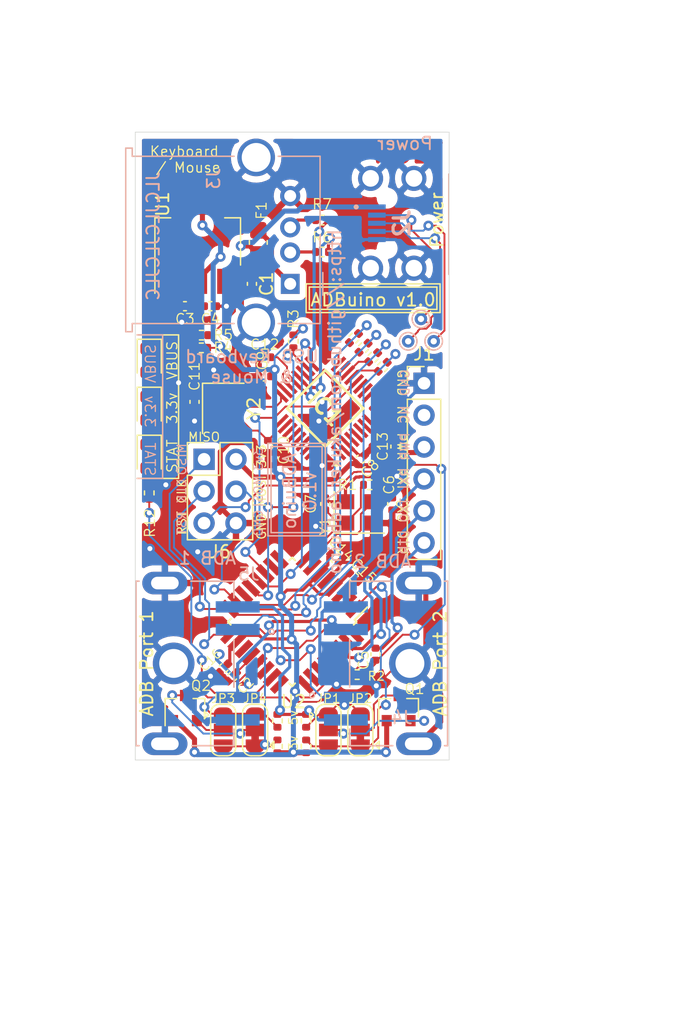
<source format=kicad_pcb>
(kicad_pcb (version 20171130) (host pcbnew "(5.1.9-16-g1737927814)-1")
  (layers (0 F.Cu signal) (31 B.Cu signal) (34 B.Paste user) (35 F.Paste user) (36 B.SilkS user) (37 F.SilkS user) (38 B.Mask user) (39 F.Mask user) (44 Edge.Cuts user))
  (net 0 "")
  (net 1 ADB_1_5v)
  (net 2 ADB_1_DATA)
  (net 3 ADB_1_PWR_ON)
  (net 4 GND)
  (net 5 +3V3)
  (net 6 VBUS)
  (net 7 Host_USB_D-)
  (net 8 Host_USB_D+)
  (net 9 "Net-(C6-Pad1)")
  (net 10 FTDI_DTR)
  (net 11 "Net-(C7-Pad1)")
  (net 12 "Net-(C10-Pad1)")
  (net 13 "Net-(C11-Pad1)")
  (net 14 "Net-(C12-Pad1)")
  (net 15 MAX3421_INT)
  (net 16 MAX3421_GPX)
  (net 17 MAX3421_SS)
  (net 18 ADB_DATA_LV)
  (net 19 ADB_PWR_ON_LV)
  (net 20 FTDI_TXO)
  (net 21 FTDI_RXI)
  (net 22 "Net-(C2-Pad1)")
  (net 23 "Net-(F1-Pad1)")
  (net 24 "Net-(J3-Pad3)")
  (net 25 "Net-(J3-Pad2)")
  (net 26 /RESET)
  (net 27 "Net-(D1-Pad2)")
  (net 28 "Net-(D2-Pad2)")
  (net 29 "Net-(D3-Pad2)")
  (net 30 DEBUG_LED)
  (net 31 ATMEGA_SS)
  (net 32 ATMEGA_SPI_MOSI)
  (net 33 ATMEGA_SPI_MISO)
  (net 34 ATMEGA_SPI_SCLK)
  (net 35 MAX3421_SPI_MOSI)
  (net 36 MAX3421_SPI_MISO)
  (net 37 MAX3421_SPI_SCLK)
  (net 38 MAX3421_RESET)
  (net 39 "Net-(J2-Pad4)")
  (net 40 "Net-(J2-Pad3)")
  (net 41 "Net-(J2-Pad2)")
  (net 42 "Net-(JP1-Pad2)")
  (net 43 "Net-(JP2-Pad2)")
  (net 44 "Net-(JP3-Pad2)")
  (net 45 "Net-(JP4-Pad2)")
  (module SamacSys_Parts:U254051N4BH806 (layer B.Cu) (at 46.228 32.258 270)
    (fp_text reference J2 (at 0 0 90) (layer B.SilkS) (effects (font (size 1.27 1.27) (thickness 0.254)) (justify mirror)))
    (fp_text value U254-051N-4BH806 hide)
    (pad MH6 np_thru_hole circle (at 2 1.165 270) (size 0.65 0) (drill 0.65) (layers *.Cu *.Mask))
    (pad MH5 np_thru_hole circle (at -2 1.165 270) (size 0.65 0) (drill 0.65) (layers *.Cu *.Mask))
    (pad MH4 thru_hole circle (at -3.575 2.485 270) (size 2 2) (drill 1.3285) (layers *.Cu *.Mask) (net 4 GND))
    (pad MH3 thru_hole circle (at 3.575 2.485 270) (size 2 2) (drill 1.3285) (layers *.Cu *.Mask) (net 4 GND))
    (pad MH2 thru_hole circle (at 3.575 -0.965 270) (size 2 2) (drill 1.3285) (layers *.Cu *.Mask) (net 4 GND))
    (pad MH1 thru_hole circle (at -3.575 -0.965 270) (size 2 2) (drill 1.3285) (layers *.Cu *.Mask) (net 4 GND))
    (pad 5 smd rect (at 1.3 1.985 270) (size 0.4 1.4) (layers B.Cu B.Paste B.Mask) (net 4 GND))
    (pad 4 smd rect (at 0.65 1.985 270) (size 0.4 1.4) (layers B.Cu B.Paste B.Mask) (net 39 "Net-(J2-Pad4)"))
    (pad 3 smd rect (at 0 1.985 270) (size 0.4 1.4) (layers B.Cu B.Paste B.Mask) (net 40 "Net-(J2-Pad3)"))
    (pad 2 smd rect (at -0.65 1.985 270) (size 0.4 1.4) (layers B.Cu B.Paste B.Mask) (net 41 "Net-(J2-Pad2)"))
    (pad 1 smd rect (at -1.3 1.985 270) (size 0.4 1.4) (layers B.Cu B.Paste B.Mask) (net 6 VBUS))
  )
  (module SamacSys_Parts:QFP50P700X700X120-32N (layer F.Cu) (at 40.132 47 135)
    (fp_text reference IC1 (at 0 0 135) (layer F.SilkS) (effects (font (size 1.27 1.27) (thickness 0.254))))
    (fp_text value MAX3421EEHJ+ hide)
    (pad 32 smd rect (at -1.75 -3.238 135) (size 0.3 1.475) (layers F.Cu F.Paste F.Mask))
    (pad 31 smd rect (at -1.25 -3.238 135) (size 0.3 1.475) (layers F.Cu F.Paste F.Mask))
    (pad 30 smd rect (at -0.75 -3.238 135) (size 0.3 1.475) (layers F.Cu F.Paste F.Mask))
    (pad 29 smd rect (at -0.25 -3.238 135) (size 0.3 1.475) (layers F.Cu F.Paste F.Mask))
    (pad 28 smd rect (at 0.25 -3.238 135) (size 0.3 1.475) (layers F.Cu F.Paste F.Mask))
    (pad 27 smd rect (at 0.75 -3.238 135) (size 0.3 1.475) (layers F.Cu F.Paste F.Mask))
    (pad 26 smd rect (at 1.25 -3.238 135) (size 0.3 1.475) (layers F.Cu F.Paste F.Mask))
    (pad 25 smd rect (at 1.75 -3.238 135) (size 0.3 1.475) (layers F.Cu F.Paste F.Mask) (net 12 "Net-(C10-Pad1)"))
    (pad 24 smd rect (at 3.238 -1.75 225) (size 0.3 1.475) (layers F.Cu F.Paste F.Mask) (net 13 "Net-(C11-Pad1)"))
    (pad 23 smd rect (at 3.238 -1.25 225) (size 0.3 1.475) (layers F.Cu F.Paste F.Mask) (net 5 +3V3))
    (pad 22 smd rect (at 3.238 -0.75 225) (size 0.3 1.475) (layers F.Cu F.Paste F.Mask) (net 14 "Net-(C12-Pad1)"))
    (pad 21 smd rect (at 3.238 -0.25 225) (size 0.3 1.475) (layers F.Cu F.Paste F.Mask) (net 8 Host_USB_D+))
    (pad 20 smd rect (at 3.238 0.25 225) (size 0.3 1.475) (layers F.Cu F.Paste F.Mask) (net 7 Host_USB_D-))
    (pad 19 smd rect (at 3.238 0.75 225) (size 0.3 1.475) (layers F.Cu F.Paste F.Mask) (net 4 GND))
    (pad 18 smd rect (at 3.238 1.25 225) (size 0.3 1.475) (layers F.Cu F.Paste F.Mask) (net 15 MAX3421_INT))
    (pad 17 smd rect (at 3.238 1.75 225) (size 0.3 1.475) (layers F.Cu F.Paste F.Mask) (net 16 MAX3421_GPX))
    (pad 16 smd rect (at 1.75 3.238 135) (size 0.3 1.475) (layers F.Cu F.Paste F.Mask) (net 35 MAX3421_SPI_MOSI))
    (pad 15 smd rect (at 1.25 3.238 135) (size 0.3 1.475) (layers F.Cu F.Paste F.Mask) (net 36 MAX3421_SPI_MISO))
    (pad 14 smd rect (at 0.75 3.238 135) (size 0.3 1.475) (layers F.Cu F.Paste F.Mask) (net 17 MAX3421_SS))
    (pad 13 smd rect (at 0.25 3.238 135) (size 0.3 1.475) (layers F.Cu F.Paste F.Mask) (net 37 MAX3421_SPI_SCLK))
    (pad 12 smd rect (at -0.25 3.238 135) (size 0.3 1.475) (layers F.Cu F.Paste F.Mask) (net 38 MAX3421_RESET))
    (pad 11 smd rect (at -0.75 3.238 135) (size 0.3 1.475) (layers F.Cu F.Paste F.Mask))
    (pad 10 smd rect (at -1.25 3.238 135) (size 0.3 1.475) (layers F.Cu F.Paste F.Mask))
    (pad 9 smd rect (at -1.75 3.238 135) (size 0.3 1.475) (layers F.Cu F.Paste F.Mask))
    (pad 8 smd rect (at -3.238 1.75 225) (size 0.3 1.475) (layers F.Cu F.Paste F.Mask))
    (pad 7 smd rect (at -3.238 1.25 225) (size 0.3 1.475) (layers F.Cu F.Paste F.Mask))
    (pad 6 smd rect (at -3.238 0.75 225) (size 0.3 1.475) (layers F.Cu F.Paste F.Mask))
    (pad 5 smd rect (at -3.238 0.25 225) (size 0.3 1.475) (layers F.Cu F.Paste F.Mask))
    (pad 4 smd rect (at -3.238 -0.25 225) (size 0.3 1.475) (layers F.Cu F.Paste F.Mask))
    (pad 3 smd rect (at -3.238 -0.75 225) (size 0.3 1.475) (layers F.Cu F.Paste F.Mask) (net 4 GND))
    (pad 2 smd rect (at -3.238 -1.25 225) (size 0.3 1.475) (layers F.Cu F.Paste F.Mask) (net 5 +3V3))
    (pad 1 smd rect (at -3.238 -1.75 225) (size 0.3 1.475) (layers F.Cu F.Paste F.Mask))
  )
  (module TestPoint:TestPoint_THTPad_D1.0mm_Drill0.5mm (layer B.Cu) (at 46.736 41.656 90)
    (fp_text reference TP3 hide)
    (fp_text value TestPoint_Small)
    (pad 1 thru_hole circle (at 0 0 90) (size 1 1) (drill 0.5) (layers *.Cu *.Mask) (net 39 "Net-(J2-Pad4)"))
  )
  (module TestPoint:TestPoint_THTPad_D1.0mm_Drill0.5mm (layer B.Cu) (at 48.768 41.656 90)
    (fp_text reference TP2 hide)
    (fp_text value TestPoint_Small)
    (pad 1 thru_hole circle (at 0 0 90) (size 1 1) (drill 0.5) (layers *.Cu *.Mask) (net 40 "Net-(J2-Pad3)"))
  )
  (module TestPoint:TestPoint_THTPad_D1.0mm_Drill0.5mm (layer B.Cu) (at 47.752 39.878 90)
    (fp_text reference TP1 hide)
    (fp_text value TestPoint_Small)
    (pad 1 thru_hole circle (at 0 0 90) (size 1 1) (drill 0.5) (layers *.Cu *.Mask) (net 41 "Net-(J2-Pad2)"))
  )
  (module Jumper:SolderJumper-3_P1.3mm_Bridged12_RoundedPad1.0x1.5mm (layer F.Cu) (at 34.544 72.614 90)
    (fp_text reference JP4 (at 2.51 0 180) (layer F.SilkS) (effects (font (size 0.7 0.7) (thickness 0.1))))
    (fp_text value SolderJumper_3_Bridged12)
    (fp_poly (pts (xy -0.9 -0.3) (xy -0.4 -0.3) (xy -0.4 0.3) (xy -0.9 0.3)) (layer F.Cu) (width 0))
    (pad 1 smd custom (at -1.3 0 90) (size 1 0.5) (layers F.Cu F.Mask) (net 19 ADB_PWR_ON_LV) (options (clearance outline) (anchor rect)) (primitives (gr_circle (center 0 0.25) (end 0.5 0.25) (width 0)) (gr_circle (center 0 -0.25) (end 0.5 -0.25) (width 0)) (gr_poly (pts (xy 0.55 -0.75) (xy 0 -0.75) (xy 0 0.75) (xy 0.55 0.75)) (width 0))))
    (pad 2 smd rect (at 0 0 90) (size 1 1.5) (layers F.Cu F.Mask) (net 45 "Net-(JP4-Pad2)"))
    (pad 3 smd custom (at 1.3 0 90) (size 1 0.5) (layers F.Cu F.Mask) (net 3 ADB_1_PWR_ON) (options (clearance outline) (anchor rect)) (primitives (gr_circle (center 0 0.25) (end 0.5 0.25) (width 0)) (gr_circle (center 0 -0.25) (end 0.5 -0.25) (width 0)) (gr_poly (pts (xy -0.55 -0.75) (xy 0 -0.75) (xy 0 0.75) (xy -0.55 0.75)) (width 0))))
  )
  (module Jumper:SolderJumper-3_P1.3mm_Bridged12_RoundedPad1.0x1.5mm (layer F.Cu) (at 32.004 72.614 270)
    (fp_text reference JP3 (at -2.51 0 180) (layer F.SilkS) (effects (font (size 0.7 0.7) (thickness 0.1))))
    (fp_text value SolderJumper_3_Bridged12)
    (fp_poly (pts (xy -0.9 -0.3) (xy -0.4 -0.3) (xy -0.4 0.3) (xy -0.9 0.3)) (layer F.Cu) (width 0))
    (pad 1 smd custom (at -1.3 0 270) (size 1 0.5) (layers F.Cu F.Mask) (net 3 ADB_1_PWR_ON) (options (clearance outline) (anchor rect)) (primitives (gr_circle (center 0 0.25) (end 0.5 0.25) (width 0)) (gr_circle (center 0 -0.25) (end 0.5 -0.25) (width 0)) (gr_poly (pts (xy 0.55 -0.75) (xy 0 -0.75) (xy 0 0.75) (xy 0.55 0.75)) (width 0))))
    (pad 2 smd rect (at 0 0 270) (size 1 1.5) (layers F.Cu F.Mask) (net 44 "Net-(JP3-Pad2)"))
    (pad 3 smd custom (at 1.3 0 270) (size 1 0.5) (layers F.Cu F.Mask) (net 19 ADB_PWR_ON_LV) (options (clearance outline) (anchor rect)) (primitives (gr_circle (center 0 0.25) (end 0.5 0.25) (width 0)) (gr_circle (center 0 -0.25) (end 0.5 -0.25) (width 0)) (gr_poly (pts (xy -0.55 -0.75) (xy 0 -0.75) (xy 0 0.75) (xy -0.55 0.75)) (width 0))))
  )
  (module Jumper:SolderJumper-3_P1.3mm_Bridged12_RoundedPad1.0x1.5mm (layer F.Cu) (at 42.926 72.614 90)
    (fp_text reference JP2 (at 2.51 0 180) (layer F.SilkS) (effects (font (size 0.7 0.7) (thickness 0.1))))
    (fp_text value SolderJumper_3_Bridged12)
    (fp_poly (pts (xy -0.9 -0.3) (xy -0.4 -0.3) (xy -0.4 0.3) (xy -0.9 0.3)) (layer F.Cu) (width 0))
    (pad 1 smd custom (at -1.3 0 90) (size 1 0.5) (layers F.Cu F.Mask) (net 18 ADB_DATA_LV) (options (clearance outline) (anchor rect)) (primitives (gr_circle (center 0 0.25) (end 0.5 0.25) (width 0)) (gr_circle (center 0 -0.25) (end 0.5 -0.25) (width 0)) (gr_poly (pts (xy 0.55 -0.75) (xy 0 -0.75) (xy 0 0.75) (xy 0.55 0.75)) (width 0))))
    (pad 2 smd rect (at 0 0 90) (size 1 1.5) (layers F.Cu F.Mask) (net 43 "Net-(JP2-Pad2)"))
    (pad 3 smd custom (at 1.3 0 90) (size 1 0.5) (layers F.Cu F.Mask) (net 2 ADB_1_DATA) (options (clearance outline) (anchor rect)) (primitives (gr_circle (center 0 0.25) (end 0.5 0.25) (width 0)) (gr_circle (center 0 -0.25) (end 0.5 -0.25) (width 0)) (gr_poly (pts (xy -0.55 -0.75) (xy 0 -0.75) (xy 0 0.75) (xy -0.55 0.75)) (width 0))))
  )
  (module Jumper:SolderJumper-3_P1.3mm_Bridged12_RoundedPad1.0x1.5mm (layer F.Cu) (at 40.386 72.614 270)
    (fp_text reference JP1 (at -2.51 0 180) (layer F.SilkS) (effects (font (size 0.7 0.7) (thickness 0.1))))
    (fp_text value SolderJumper_3_Bridged12)
    (fp_poly (pts (xy -0.9 -0.3) (xy -0.4 -0.3) (xy -0.4 0.3) (xy -0.9 0.3)) (layer F.Cu) (width 0))
    (pad 1 smd custom (at -1.3 0 270) (size 1 0.5) (layers F.Cu F.Mask) (net 2 ADB_1_DATA) (options (clearance outline) (anchor rect)) (primitives (gr_circle (center 0 0.25) (end 0.5 0.25) (width 0)) (gr_circle (center 0 -0.25) (end 0.5 -0.25) (width 0)) (gr_poly (pts (xy 0.55 -0.75) (xy 0 -0.75) (xy 0 0.75) (xy 0.55 0.75)) (width 0))))
    (pad 2 smd rect (at 0 0 270) (size 1 1.5) (layers F.Cu F.Mask) (net 42 "Net-(JP1-Pad2)"))
    (pad 3 smd custom (at 1.3 0 270) (size 1 0.5) (layers F.Cu F.Mask) (net 18 ADB_DATA_LV) (options (clearance outline) (anchor rect)) (primitives (gr_circle (center 0 0.25) (end 0.5 0.25) (width 0)) (gr_circle (center 0 -0.25) (end 0.5 -0.25) (width 0)) (gr_poly (pts (xy -0.55 -0.75) (xy 0 -0.75) (xy 0 0.75) (xy -0.55 0.75)) (width 0))))
  )
  (module Connector_PinHeader_2.54mm:PinHeader_2x03_P2.54mm_Vertical (layer F.Cu) (at 30.48 51.054)
    (fp_text reference J6 (at 1.27 7.366) (layer F.SilkS))
    (fp_text value "ICSP Programmer")
    (pad 6 thru_hole oval (at 2.54 5.08) (size 1.7 1.7) (drill 1) (layers *.Cu *.Mask) (net 4 GND))
    (pad 5 thru_hole oval (at 0 5.08) (size 1.7 1.7) (drill 1) (layers *.Cu *.Mask) (net 26 /RESET))
    (pad 4 thru_hole oval (at 2.54 2.54) (size 1.7 1.7) (drill 1) (layers *.Cu *.Mask) (net 32 ATMEGA_SPI_MOSI))
    (pad 3 thru_hole oval (at 0 2.54) (size 1.7 1.7) (drill 1) (layers *.Cu *.Mask) (net 34 ATMEGA_SPI_SCLK))
    (pad 2 thru_hole oval (at 2.54 0) (size 1.7 1.7) (drill 1) (layers *.Cu *.Mask) (net 5 +3V3))
    (pad 1 thru_hole rect (at 0 0) (size 1.7 1.7) (drill 1) (layers *.Cu *.Mask) (net 33 ATMEGA_SPI_MISO))
  )
  (module Resistor_SMD:R_0402_1005Metric (layer F.Cu) (at 44.704 43.688 45)
    (fp_text reference R16)
    (fp_text value 750)
    (pad 2 smd roundrect (at 0.51 0 45) (size 0.54 0.64) (layers F.Cu F.Paste F.Mask) (net 34 ATMEGA_SPI_SCLK))
    (pad 1 smd roundrect (at -0.51 0 45) (size 0.54 0.64) (layers F.Cu F.Paste F.Mask) (net 37 MAX3421_SPI_SCLK))
  )
  (module Resistor_SMD:R_0402_1005Metric (layer F.Cu) (at 42.418 41.402 45)
    (fp_text reference R14)
    (fp_text value 750)
    (pad 2 smd roundrect (at 0.51 0 45) (size 0.54 0.64) (layers F.Cu F.Paste F.Mask) (net 32 ATMEGA_SPI_MOSI))
    (pad 1 smd roundrect (at -0.51 0 45) (size 0.54 0.64) (layers F.Cu F.Paste F.Mask) (net 35 MAX3421_SPI_MOSI))
  )
  (module Resistor_SMD:R_0402_1005Metric (layer F.Cu) (at 43.942 42.926 45)
    (fp_text reference R13)
    (fp_text value 750)
    (pad 2 smd roundrect (at 0.51 0 45) (size 0.54 0.64) (layers F.Cu F.Paste F.Mask) (net 31 ATMEGA_SS))
    (pad 1 smd roundrect (at -0.51 0 45) (size 0.54 0.64) (layers F.Cu F.Paste F.Mask) (net 17 MAX3421_SS))
  )
  (module Resistor_SMD:R_0402_1005Metric (layer F.Cu) (at 43.18 42.164 45)
    (fp_text reference R15)
    (fp_text value 750)
    (pad 2 smd roundrect (at 0.51 0 45) (size 0.54 0.64) (layers F.Cu F.Paste F.Mask) (net 33 ATMEGA_SPI_MISO))
    (pad 1 smd roundrect (at -0.51 0 45) (size 0.54 0.64) (layers F.Cu F.Paste F.Mask) (net 36 MAX3421_SPI_MISO))
  )
  (module Package_TO_SOT_SMD:SOT-23 (layer F.Cu) (at 45.974 70.866 90)
    (fp_text reference Q1 (at 1.524 1.27 180) (layer F.SilkS) (effects (font (size 0.8 0.8) (thickness 0.1))))
    (fp_text value BSS138)
    (pad 3 smd rect (at 1 0 90) (size 0.9 0.8) (layers F.Cu F.Paste F.Mask) (net 43 "Net-(JP2-Pad2)"))
    (pad 2 smd rect (at -1 0.95 90) (size 0.9 0.8) (layers F.Cu F.Paste F.Mask) (net 42 "Net-(JP1-Pad2)"))
    (pad 1 smd rect (at -1 -0.95 90) (size 0.9 0.8) (layers F.Cu F.Paste F.Mask) (net 5 +3V3))
  )
  (module Capacitor_SMD:C_0402_1005Metric (layer F.Cu) (at 35.306 42.926 180)
    (fp_text reference C12 (at 0 1.016) (layer F.SilkS) (effects (font (size 0.8 0.8) (thickness 0.1))))
    (fp_text value 100n)
    (pad 2 smd roundrect (at 0.48 0 180) (size 0.56 0.62) (layers F.Cu F.Paste F.Mask) (net 4 GND))
    (pad 1 smd roundrect (at -0.48 0 180) (size 0.56 0.62) (layers F.Cu F.Paste F.Mask) (net 14 "Net-(C12-Pad1)"))
  )
  (module Crystal:Crystal_SMD_3225-4Pin_3.2x2.5mm (layer F.Cu) (at 32.004 47 270)
    (fp_text reference Y2 (at 0 -2.45 90) (layer F.SilkS))
    (fp_text value 12MHz)
    (pad 4 smd rect (at -1.1 -0.85 270) (size 1.4 1.2) (layers F.Cu F.Paste F.Mask) (net 4 GND))
    (pad 3 smd rect (at 1.1 -0.85 270) (size 1.4 1.2) (layers F.Cu F.Paste F.Mask) (net 12 "Net-(C10-Pad1)"))
    (pad 2 smd rect (at 1.1 0.85 270) (size 1.4 1.2) (layers F.Cu F.Paste F.Mask) (net 4 GND))
    (pad 1 smd rect (at -1.1 0.85 270) (size 1.4 1.2) (layers F.Cu F.Paste F.Mask) (net 13 "Net-(C11-Pad1)"))
  )
  (module Capacitor_SMD:C_0402_1005Metric (layer F.Cu) (at 45.72 50.038 90)
    (fp_text reference C13 (at 0 -1.016 90) (layer F.SilkS) (effects (font (size 0.8 0.8) (thickness 0.1))))
    (fp_text value 100n)
    (pad 2 smd roundrect (at 0.48 0 90) (size 0.56 0.62) (layers F.Cu F.Paste F.Mask) (net 4 GND))
    (pad 1 smd roundrect (at -0.48 0 90) (size 0.56 0.62) (layers F.Cu F.Paste F.Mask) (net 5 +3V3))
  )
  (module adbuino_v0p9p1:CUI_MD2-40ST-SMT (layer B.Cu) (at 28.956 67.31 180)
    (fp_text reference J5 (at -5.08 7.112) (layer B.SilkS) (effects (font (size 1.000457 1.000457)) (justify mirror)))
    (fp_text value Mini-DIN-4)
    (pad 3 smd rect (at -4.2 4.5 180) (size 3.5 0.9) (layers B.Cu B.Paste B.Mask) (net 1 ADB_1_5v))
    (pad 1 smd rect (at -4.2 2.7 180) (size 3.5 0.9) (layers B.Cu B.Paste B.Mask) (net 2 ADB_1_DATA))
    (pad 2 smd rect (at -4.2 -2.7 180) (size 3.5 0.9) (layers B.Cu B.Paste B.Mask) (net 3 ADB_1_PWR_ON))
    (pad 4 smd rect (at -4.2 -4.5 180) (size 3.5 0.9) (layers B.Cu B.Paste B.Mask) (net 4 GND))
    (pad S3 thru_hole oval (at 1.6 -6.4 180) (size 3.6 1.8) (drill oval 2.2 1) (layers *.Cu *.Mask) (net 4 GND))
    (pad S2 thru_hole oval (at 1.6 6.4 180) (size 3.6 1.8) (drill oval 2.2 1) (layers *.Cu *.Mask) (net 4 GND))
    (pad S1 thru_hole circle (at 0.9 0 180) (size 3.316 3.316) (drill 2.3) (layers *.Cu *.Mask) (net 4 GND))
  )
  (module adbuino_v0p9p1:CUI_MD2-40ST-SMT (layer B.Cu) (at 45.974 67.31)
    (fp_text reference J4 (at 0.254 4.318) (layer B.SilkS) (effects (font (size 1.000457 1.000457)) (justify mirror)))
    (fp_text value Mini-DIN-4)
    (pad 3 smd rect (at -4.2 4.5) (size 3.5 0.9) (layers B.Cu B.Paste B.Mask) (net 1 ADB_1_5v))
    (pad 1 smd rect (at -4.2 2.7) (size 3.5 0.9) (layers B.Cu B.Paste B.Mask) (net 2 ADB_1_DATA))
    (pad 2 smd rect (at -4.2 -2.7) (size 3.5 0.9) (layers B.Cu B.Paste B.Mask) (net 3 ADB_1_PWR_ON))
    (pad 4 smd rect (at -4.2 -4.5) (size 3.5 0.9) (layers B.Cu B.Paste B.Mask) (net 4 GND))
    (pad S3 thru_hole oval (at 1.6 -6.4) (size 3.6 1.8) (drill oval 2.2 1) (layers *.Cu *.Mask) (net 4 GND))
    (pad S2 thru_hole oval (at 1.6 6.4) (size 3.6 1.8) (drill oval 2.2 1) (layers *.Cu *.Mask) (net 4 GND))
    (pad S1 thru_hole circle (at 0.9 0) (size 3.316 3.316) (drill 2.3) (layers *.Cu *.Mask) (net 4 GND))
  )
  (module Resistor_SMD:R_0402_1005Metric (layer F.Cu) (at 26.1112 53.73116 90)
    (fp_text reference R12 (at -2.40284 0.0508 90) (layer F.SilkS) (effects (font (size 0.8 0.8) (thickness 0.1))))
    (fp_text value 10k)
    (pad 2 smd roundrect (at 0.51 0 90) (size 0.54 0.64) (layers F.Cu F.Paste F.Mask) (net 29 "Net-(D3-Pad2)"))
    (pad 1 smd roundrect (at -0.51 0 90) (size 0.54 0.64) (layers F.Cu F.Paste F.Mask) (net 30 DEBUG_LED))
  )
  (module Resistor_SMD:R_0402_1005Metric (layer F.Cu) (at 36.322 71.882 270)
    (fp_text reference R11 hide)
    (fp_text value 10k)
    (pad 2 smd roundrect (at 0.51 0 270) (size 0.54 0.64) (layers F.Cu F.Paste F.Mask) (net 3 ADB_1_PWR_ON))
    (pad 1 smd roundrect (at -0.51 0 270) (size 0.54 0.64) (layers F.Cu F.Paste F.Mask) (net 1 ADB_1_5v))
  )
  (module Resistor_SMD:R_0402_1005Metric (layer F.Cu) (at 36.322 73.914 90)
    (fp_text reference R10 hide)
    (fp_text value 10k)
    (pad 2 smd roundrect (at 0.51 0 90) (size 0.54 0.64) (layers F.Cu F.Paste F.Mask) (net 19 ADB_PWR_ON_LV))
    (pad 1 smd roundrect (at -0.51 0 90) (size 0.54 0.64) (layers F.Cu F.Paste F.Mask) (net 5 +3V3))
  )
  (module Resistor_SMD:R_0402_1005Metric (layer F.Cu) (at 38.608 71.882 270)
    (fp_text reference R9 hide)
    (fp_text value 10k)
    (pad 2 smd roundrect (at 0.51 0 270) (size 0.54 0.64) (layers F.Cu F.Paste F.Mask) (net 2 ADB_1_DATA))
    (pad 1 smd roundrect (at -0.51 0 270) (size 0.54 0.64) (layers F.Cu F.Paste F.Mask) (net 1 ADB_1_5v))
  )
  (module Resistor_SMD:R_0402_1005Metric (layer F.Cu) (at 38.608 73.914 90)
    (fp_text reference R8 hide)
    (fp_text value 10k)
    (pad 2 smd roundrect (at 0.51 0 90) (size 0.54 0.64) (layers F.Cu F.Paste F.Mask) (net 18 ADB_DATA_LV))
    (pad 1 smd roundrect (at -0.51 0 90) (size 0.54 0.64) (layers F.Cu F.Paste F.Mask) (net 5 +3V3))
  )
  (module Resistor_SMD:R_0402_1005Metric (layer F.Cu) (at 39.878 32.004 180)
    (fp_text reference R7 (at 0 1.27) (layer F.SilkS) (effects (font (size 0.8 0.8) (thickness 0.1))))
    (fp_text value 33)
    (pad 2 smd roundrect (at 0.51 0 180) (size 0.54 0.64) (layers F.Cu F.Paste F.Mask) (net 24 "Net-(J3-Pad3)"))
    (pad 1 smd roundrect (at -0.51 0 180) (size 0.54 0.64) (layers F.Cu F.Paste F.Mask) (net 8 Host_USB_D+))
  )
  (module Resistor_SMD:R_0402_1005Metric (layer F.Cu) (at 39.876 34.544)
    (fp_text reference R6 (at 0 -1.17) (layer F.SilkS) (effects (font (size 0.8 0.8) (thickness 0.1))))
    (fp_text value 33)
    (pad 2 smd roundrect (at 0.51 0) (size 0.54 0.64) (layers F.Cu F.Paste F.Mask) (net 7 Host_USB_D-))
    (pad 1 smd roundrect (at -0.51 0) (size 0.54 0.64) (layers F.Cu F.Paste F.Mask) (net 25 "Net-(J3-Pad2)"))
  )
  (module Resistor_SMD:R_0402_1005Metric (layer F.Cu) (at 30.26464 41.16832 180)
    (fp_text reference R5 (at -1.73936 0.02032 180) (layer F.SilkS) (effects (font (size 0.8 0.8) (thickness 0.1))))
    (fp_text value 10k)
    (pad 2 smd roundrect (at 0.51 0 180) (size 0.54 0.64) (layers F.Cu F.Paste F.Mask) (net 28 "Net-(D2-Pad2)"))
    (pad 1 smd roundrect (at -0.51 0 180) (size 0.54 0.64) (layers F.Cu F.Paste F.Mask) (net 6 VBUS))
  )
  (module Resistor_SMD:R_0402_1005Metric (layer F.Cu) (at 30.25956 42.17924 180)
    (fp_text reference R4 (at -1.74444 0.01524 180) (layer F.SilkS) (effects (font (size 0.8 0.8) (thickness 0.1))))
    (fp_text value 10k)
    (pad 2 smd roundrect (at 0.51 0 180) (size 0.54 0.64) (layers F.Cu F.Paste F.Mask) (net 27 "Net-(D1-Pad2)"))
    (pad 1 smd roundrect (at -0.51 0 180) (size 0.54 0.64) (layers F.Cu F.Paste F.Mask) (net 5 +3V3))
  )
  (module Resistor_SMD:R_0402_1005Metric (layer F.Cu) (at 37.592 41.656 270)
    (fp_text reference R3 (at -1.778 0 90) (layer F.SilkS) (effects (font (size 0.8 0.8) (thickness 0.1))))
    (fp_text value 2.2k)
    (pad 2 smd roundrect (at 0.51 0 270) (size 0.54 0.64) (layers F.Cu F.Paste F.Mask) (net 15 MAX3421_INT))
    (pad 1 smd roundrect (at -0.51 0 270) (size 0.54 0.64) (layers F.Cu F.Paste F.Mask) (net 5 +3V3))
  )
  (module Resistor_SMD:R_0402_1005Metric (layer F.Cu) (at 42.674 68.199 180)
    (fp_text reference R2 (at -1.522 -0.127) (layer F.SilkS) (effects (font (size 0.7 0.7) (thickness 0.1))))
    (fp_text value 10k)
    (pad 2 smd roundrect (at 0.51 0 180) (size 0.54 0.64) (layers F.Cu F.Paste F.Mask) (net 26 /RESET))
    (pad 1 smd roundrect (at -0.51 0 180) (size 0.54 0.64) (layers F.Cu F.Paste F.Mask) (net 5 +3V3))
  )
  (module Resistor_SMD:R_0402_1005Metric (layer F.Cu) (at 43.686 53.086 180)
    (fp_text reference R1 (at 1.776 0) (layer F.SilkS) (effects (font (size 0.8 0.8) (thickness 0.1))))
    (fp_text value 1M)
    (pad 2 smd roundrect (at 0.51 0 180) (size 0.54 0.64) (layers F.Cu F.Paste F.Mask) (net 11 "Net-(C7-Pad1)"))
    (pad 1 smd roundrect (at -0.51 0 180) (size 0.54 0.64) (layers F.Cu F.Paste F.Mask) (net 9 "Net-(C6-Pad1)"))
  )
  (module Capacitor_SMD:C_0402_1005Metric (layer F.Cu) (at 32.035429 67.681789 225)
    (fp_text reference C16 (at 0.298145 1.183144 45) (layer F.SilkS) (effects (font (size 0.7 0.7) (thickness 0.1))))
    (fp_text value 100n)
    (pad 2 smd roundrect (at 0.48 0 225) (size 0.56 0.62) (layers F.Cu F.Paste F.Mask) (net 4 GND))
    (pad 1 smd roundrect (at -0.48 0 225) (size 0.56 0.62) (layers F.Cu F.Paste F.Mask) (net 5 +3V3))
  )
  (module Capacitor_SMD:C_0402_1005Metric (layer F.Cu) (at 42.418 60.452 315)
    (fp_text reference C15 (at 0.179605 -0.898026 135) (layer F.SilkS) (effects (font (size 0.8 0.8) (thickness 0.1))))
    (fp_text value 100n)
    (pad 2 smd roundrect (at 0.48 0 315) (size 0.56 0.62) (layers F.Cu F.Paste F.Mask) (net 4 GND))
    (pad 1 smd roundrect (at -0.48 0 315) (size 0.56 0.62) (layers F.Cu F.Paste F.Mask) (net 5 +3V3))
  )
  (module Capacitor_SMD:C_0402_1005Metric (layer F.Cu) (at 40.894 58.928 315)
    (fp_text reference C14 (at -0.179605 -0.898026 135) (layer F.SilkS) (effects (font (size 0.8 0.8) (thickness 0.1))))
    (fp_text value 100n)
    (pad 2 smd roundrect (at 0.48 0 315) (size 0.56 0.62) (layers F.Cu F.Paste F.Mask) (net 4 GND))
    (pad 1 smd roundrect (at -0.48 0 315) (size 0.56 0.62) (layers F.Cu F.Paste F.Mask) (net 5 +3V3))
  )
  (module Capacitor_SMD:C_0402_1005Metric (layer F.Cu) (at 29.718 46.482 270)
    (fp_text reference C11 (at -2.032 0 90) (layer F.SilkS) (effects (font (size 0.8 0.8) (thickness 0.1))))
    (fp_text value 30p)
    (pad 2 smd roundrect (at 0.48 0 270) (size 0.56 0.62) (layers F.Cu F.Paste F.Mask) (net 4 GND))
    (pad 1 smd roundrect (at -0.48 0 270) (size 0.56 0.62) (layers F.Cu F.Paste F.Mask) (net 13 "Net-(C11-Pad1)"))
  )
  (module Capacitor_SMD:C_0402_1005Metric (layer F.Cu) (at 35.56 50.038 270)
    (fp_text reference C10 (at 0.282 -1.27 270) (layer F.SilkS) (effects (font (size 0.8 0.8) (thickness 0.1))))
    (fp_text value 30p)
    (pad 2 smd roundrect (at 0.48 0 270) (size 0.56 0.62) (layers F.Cu F.Paste F.Mask) (net 4 GND))
    (pad 1 smd roundrect (at -0.48 0 270) (size 0.56 0.62) (layers F.Cu F.Paste F.Mask) (net 12 "Net-(C10-Pad1)"))
  )
  (module Capacitor_SMD:C_0402_1005Metric (layer F.Cu) (at 35.306 44.45 180)
    (fp_text reference C9 (at 0.179605 1.257236 90) (layer F.SilkS) (effects (font (size 0.8 0.8) (thickness 0.1))))
    (fp_text value 100n)
    (pad 2 smd roundrect (at 0.48 0 180) (size 0.56 0.62) (layers F.Cu F.Paste F.Mask) (net 4 GND))
    (pad 1 smd roundrect (at -0.48 0 180) (size 0.56 0.62) (layers F.Cu F.Paste F.Mask) (net 5 +3V3))
  )
  (module Capacitor_SMD:C_0402_1005Metric (layer F.Cu) (at 42.926 51.054 45)
    (fp_text reference C8 (at 0 1.077631 45) (layer F.SilkS) (effects (font (size 0.8 0.8) (thickness 0.1))))
    (fp_text value 100n)
    (pad 2 smd roundrect (at 0.48 0 45) (size 0.56 0.62) (layers F.Cu F.Paste F.Mask) (net 4 GND))
    (pad 1 smd roundrect (at -0.48 0 45) (size 0.56 0.62) (layers F.Cu F.Paste F.Mask) (net 5 +3V3))
  )
  (module Capacitor_SMD:C_0402_1005Metric (layer F.Cu) (at 40.132 54.61 90)
    (fp_text reference C7 (at 0 -1.16 90) (layer F.SilkS) (effects (font (size 0.8 0.8) (thickness 0.1))))
    (fp_text value 4p)
    (pad 2 smd roundrect (at 0.48 0 90) (size 0.56 0.62) (layers F.Cu F.Paste F.Mask) (net 4 GND))
    (pad 1 smd roundrect (at -0.48 0 90) (size 0.56 0.62) (layers F.Cu F.Paste F.Mask) (net 11 "Net-(C7-Pad1)"))
  )
  (module Capacitor_SMD:C_0402_1005Metric (layer F.Cu) (at 45.466 54.61 270)
    (fp_text reference C6 (at -1.524 0.254 90) (layer F.SilkS) (effects (font (size 0.8 0.8) (thickness 0.1))))
    (fp_text value 4p)
    (pad 2 smd roundrect (at 0.48 0 270) (size 0.56 0.62) (layers F.Cu F.Paste F.Mask) (net 4 GND))
    (pad 1 smd roundrect (at -0.48 0 270) (size 0.56 0.62) (layers F.Cu F.Paste F.Mask) (net 9 "Net-(C6-Pad1)"))
  )
  (module Capacitor_SMD:C_0402_1005Metric (layer F.Cu) (at 44.12996 66.576 90)
    (fp_text reference C5 (at -0.48 -0.94996 90) (layer F.SilkS) (effects (font (size 0.8 0.8) (thickness 0.1))))
    (fp_text value 100n)
    (pad 2 smd roundrect (at 0.48 0 90) (size 0.56 0.62) (layers F.Cu F.Paste F.Mask) (net 10 FTDI_DTR))
    (pad 1 smd roundrect (at -0.48 0 90) (size 0.56 0.62) (layers F.Cu F.Paste F.Mask) (net 26 /RESET))
  )
  (module Capacitor_SMD:C_0402_1005Metric (layer F.Cu) (at 30.988 38.862)
    (fp_text reference C4 (at 0 1.016) (layer F.SilkS) (effects (font (size 0.8 0.8) (thickness 0.1))))
    (fp_text value 10u)
    (pad 2 smd roundrect (at 0.48 0) (size 0.56 0.62) (layers F.Cu F.Paste F.Mask) (net 4 GND))
    (pad 1 smd roundrect (at -0.48 0) (size 0.56 0.62) (layers F.Cu F.Paste F.Mask) (net 5 +3V3))
  )
  (module Capacitor_SMD:C_0402_1005Metric (layer F.Cu) (at 28.956 38.862 180)
    (fp_text reference C3 (at 0 -1.016) (layer F.SilkS) (effects (font (size 0.8 0.8) (thickness 0.1))))
    (fp_text value 100n)
    (pad 2 smd roundrect (at 0.48 0 180) (size 0.56 0.62) (layers F.Cu F.Paste F.Mask) (net 4 GND))
    (pad 1 smd roundrect (at -0.48 0 180) (size 0.56 0.62) (layers F.Cu F.Paste F.Mask) (net 5 +3V3))
  )
  (module Capacitor_SMD:C_0402_1005Metric (layer F.Cu) (at 32.72536 68.3768 225)
    (fp_text reference C2 (at -0.244263 -1.250052 45) (layer F.SilkS) (effects (font (size 0.7 0.7) (thickness 0.1))))
    (fp_text value 100n)
    (pad 2 smd roundrect (at 0.48 0 225) (size 0.56 0.62) (layers F.Cu F.Paste F.Mask) (net 4 GND))
    (pad 1 smd roundrect (at -0.48 0 225) (size 0.56 0.62) (layers F.Cu F.Paste F.Mask) (net 22 "Net-(C2-Pad1)"))
  )
  (module Capacitor_SMD:C_0402_1005Metric (layer F.Cu) (at 34.29 37.084 270)
    (fp_text reference C1 (at 0 -1.16 90) (layer F.SilkS))
    (fp_text value 10u)
    (pad 2 smd roundrect (at 0.48 0 270) (size 0.56 0.62) (layers F.Cu F.Paste F.Mask) (net 4 GND))
    (pad 1 smd roundrect (at -0.48 0 270) (size 0.56 0.62) (layers F.Cu F.Paste F.Mask) (net 6 VBUS))
  )
  (module LED_SMD:LED_0805_2012Metric (layer F.Cu) (at 26.1112 50.8231 270)
    (fp_text reference D3)
    (fp_text value LED_Small)
    (pad 2 smd roundrect (at 0.9375 0 270) (size 0.975 1.4) (layers F.Cu F.Paste F.Mask) (net 29 "Net-(D3-Pad2)"))
    (pad 1 smd roundrect (at -0.9375 0 270) (size 0.975 1.4) (layers F.Cu F.Paste F.Mask) (net 4 GND))
  )
  (module LED_SMD:LED_0805_2012Metric (layer F.Cu) (at 26.1112 43.18 270)
    (fp_text reference D2)
    (fp_text value LED_Small)
    (pad 2 smd roundrect (at 0.9375 0 270) (size 0.975 1.4) (layers F.Cu F.Paste F.Mask) (net 28 "Net-(D2-Pad2)"))
    (pad 1 smd roundrect (at -0.9375 0 270) (size 0.975 1.4) (layers F.Cu F.Paste F.Mask) (net 4 GND))
  )
  (module LED_SMD:LED_0805_2012Metric (layer F.Cu) (at 26.1112 47.00155 270)
    (fp_text reference D1)
    (fp_text value LED_Small)
    (pad 2 smd roundrect (at 0.9375 0 270) (size 0.975 1.4) (layers F.Cu F.Paste F.Mask) (net 27 "Net-(D1-Pad2)"))
    (pad 1 smd roundrect (at -0.9375 0 270) (size 0.975 1.4) (layers F.Cu F.Paste F.Mask) (net 4 GND))
  )
  (module Connector_PinHeader_2.54mm:PinHeader_1x06_P2.54mm_Vertical (layer F.Cu) (at 48 45)
    (fp_text reference J1 (at 0 -2.33) (layer F.SilkS))
    (fp_text value Conn_01x06_Male)
    (pad 6 thru_hole oval (at 0 12.7) (size 1.7 1.7) (drill 1) (layers *.Cu *.Mask) (net 10 FTDI_DTR))
    (pad 5 thru_hole oval (at 0 10.16) (size 1.7 1.7) (drill 1) (layers *.Cu *.Mask) (net 20 FTDI_TXO))
    (pad 4 thru_hole oval (at 0 7.62) (size 1.7 1.7) (drill 1) (layers *.Cu *.Mask) (net 21 FTDI_RXI))
    (pad 3 thru_hole oval (at 0 5.08) (size 1.7 1.7) (drill 1) (layers *.Cu *.Mask) (net 5 +3V3))
    (pad 2 thru_hole oval (at 0 2.54) (size 1.7 1.7) (drill 1) (layers *.Cu *.Mask))
    (pad 1 thru_hole rect (at 0 0) (size 1.7 1.7) (drill 1) (layers *.Cu *.Mask) (net 4 GND))
  )
  (module Fuse:Fuse_0805_2012Metric_Castellated (layer F.Cu) (at 34.798 33.782 270)
    (fp_text reference F1 (at -2.54 -0.254 90) (layer F.SilkS) (effects (font (size 0.8 0.8) (thickness 0.1))))
    (fp_text value Polyfuse)
    (pad 2 smd roundrect (at 0.9625 0 270) (size 1.325 1.3) (layers F.Cu F.Paste F.Mask) (roundrect_rratio 0.1923069230769231) (net 6 VBUS))
    (pad 1 smd roundrect (at -0.9625 0 270) (size 1.325 1.3) (layers F.Cu F.Paste F.Mask) (roundrect_rratio 0.1923069230769231) (net 23 "Net-(F1-Pad1)"))
  )
  (module Crystal:Crystal_SMD_3225-4Pin_3.2x2.5mm (layer F.Cu) (at 42.842 55.284)
    (fp_text reference Y1 (at -2.71 1.104 90) (layer F.SilkS) (effects (font (size 0.8 0.8) (thickness 0.1))))
    (fp_text value 16MHz)
    (pad 4 smd rect (at -1.1 -0.85) (size 1.4 1.2) (layers F.Cu F.Paste F.Mask) (net 4 GND))
    (pad 3 smd rect (at 1.1 -0.85) (size 1.4 1.2) (layers F.Cu F.Paste F.Mask) (net 9 "Net-(C6-Pad1)"))
    (pad 2 smd rect (at 1.1 0.85) (size 1.4 1.2) (layers F.Cu F.Paste F.Mask) (net 4 GND))
    (pad 1 smd rect (at -1.1 0.85) (size 1.4 1.2) (layers F.Cu F.Paste F.Mask) (net 11 "Net-(C7-Pad1)"))
  )
  (module Package_TO_SOT_SMD:SOT-23 (layer F.Cu) (at 28.956 70.866 90)
    (fp_text reference Q2 (at 1.778 1.27) (layer F.SilkS) (effects (font (size 0.8 0.8) (thickness 0.1))))
    (fp_text value BSS138)
    (pad 3 smd rect (at 1 0 90) (size 0.9 0.8) (layers F.Cu F.Paste F.Mask) (net 45 "Net-(JP4-Pad2)"))
    (pad 2 smd rect (at -1 0.95 90) (size 0.9 0.8) (layers F.Cu F.Paste F.Mask) (net 44 "Net-(JP3-Pad2)"))
    (pad 1 smd rect (at -1 -0.95 90) (size 0.9 0.8) (layers F.Cu F.Paste F.Mask) (net 5 +3V3))
  )
  (module Package_TO_SOT_SMD:SOT-223-3_TabPin2 (layer F.Cu) (at 29.972 33.734 90)
    (fp_text reference U1 (at 3 -2.794 90) (layer F.SilkS))
    (fp_text value AMS1117-3.3)
    (pad 1 smd rect (at -3.15 -2.3 90) (size 2 1.5) (layers F.Cu F.Paste F.Mask) (net 4 GND))
    (pad 3 smd rect (at -3.15 2.3 90) (size 2 1.5) (layers F.Cu F.Paste F.Mask) (net 6 VBUS))
    (pad 2 smd rect (at -3.15 0 90) (size 2 1.5) (layers F.Cu F.Paste F.Mask) (net 5 +3V3))
    (pad 2 smd rect (at 3.15 0 90) (size 2 3.8) (layers F.Cu F.Paste F.Mask) (net 5 +3V3))
  )
  (module Package_QFP:TQFP-32_7x7mm_P0.8mm (layer F.Cu) (at 37.5 64 225)
    (fp_text reference U2 (at 4.430731 -4.560839) (layer F.SilkS))
    (fp_text value ATmega328P-AU)
    (pad 32 smd rect (at -2.8 -4.25 315) (size 1.6 0.55) (layers F.Cu F.Paste F.Mask) (net 19 ADB_PWR_ON_LV))
    (pad 31 smd rect (at -2 -4.25 315) (size 1.6 0.55) (layers F.Cu F.Paste F.Mask) (net 20 FTDI_TXO))
    (pad 30 smd rect (at -1.2 -4.25 315) (size 1.6 0.55) (layers F.Cu F.Paste F.Mask) (net 21 FTDI_RXI))
    (pad 29 smd rect (at -0.4 -4.25 315) (size 1.6 0.55) (layers F.Cu F.Paste F.Mask) (net 26 /RESET))
    (pad 28 smd rect (at 0.4 -4.25 315) (size 1.6 0.55) (layers F.Cu F.Paste F.Mask))
    (pad 27 smd rect (at 1.2 -4.25 315) (size 1.6 0.55) (layers F.Cu F.Paste F.Mask))
    (pad 26 smd rect (at 2 -4.25 315) (size 1.6 0.55) (layers F.Cu F.Paste F.Mask))
    (pad 25 smd rect (at 2.8 -4.25 315) (size 1.6 0.55) (layers F.Cu F.Paste F.Mask))
    (pad 24 smd rect (at 4.25 -2.8 225) (size 1.6 0.55) (layers F.Cu F.Paste F.Mask))
    (pad 23 smd rect (at 4.25 -2 225) (size 1.6 0.55) (layers F.Cu F.Paste F.Mask) (net 30 DEBUG_LED))
    (pad 22 smd rect (at 4.25 -1.2 225) (size 1.6 0.55) (layers F.Cu F.Paste F.Mask))
    (pad 21 smd rect (at 4.25 -0.4 225) (size 1.6 0.55) (layers F.Cu F.Paste F.Mask) (net 4 GND))
    (pad 20 smd rect (at 4.25 0.4 225) (size 1.6 0.55) (layers F.Cu F.Paste F.Mask) (net 22 "Net-(C2-Pad1)"))
    (pad 19 smd rect (at 4.25 1.2 225) (size 1.6 0.55) (layers F.Cu F.Paste F.Mask))
    (pad 18 smd rect (at 4.25 2 225) (size 1.6 0.55) (layers F.Cu F.Paste F.Mask) (net 5 +3V3))
    (pad 17 smd rect (at 4.25 2.8 225) (size 1.6 0.55) (layers F.Cu F.Paste F.Mask) (net 34 ATMEGA_SPI_SCLK))
    (pad 16 smd rect (at 2.8 4.25 315) (size 1.6 0.55) (layers F.Cu F.Paste F.Mask) (net 33 ATMEGA_SPI_MISO))
    (pad 15 smd rect (at 2 4.25 315) (size 1.6 0.55) (layers F.Cu F.Paste F.Mask) (net 32 ATMEGA_SPI_MOSI))
    (pad 14 smd rect (at 1.2 4.25 315) (size 1.6 0.55) (layers F.Cu F.Paste F.Mask) (net 31 ATMEGA_SS))
    (pad 13 smd rect (at 0.4 4.25 315) (size 1.6 0.55) (layers F.Cu F.Paste F.Mask) (net 15 MAX3421_INT))
    (pad 12 smd rect (at -0.4 4.25 315) (size 1.6 0.55) (layers F.Cu F.Paste F.Mask) (net 16 MAX3421_GPX))
    (pad 11 smd rect (at -1.2 4.25 315) (size 1.6 0.55) (layers F.Cu F.Paste F.Mask) (net 38 MAX3421_RESET))
    (pad 10 smd rect (at -2 4.25 315) (size 1.6 0.55) (layers F.Cu F.Paste F.Mask))
    (pad 9 smd rect (at -2.8 4.25 315) (size 1.6 0.55) (layers F.Cu F.Paste F.Mask))
    (pad 8 smd rect (at -4.25 2.8 225) (size 1.6 0.55) (layers F.Cu F.Paste F.Mask) (net 11 "Net-(C7-Pad1)"))
    (pad 7 smd rect (at -4.25 2 225) (size 1.6 0.55) (layers F.Cu F.Paste F.Mask) (net 9 "Net-(C6-Pad1)"))
    (pad 6 smd rect (at -4.25 1.2 225) (size 1.6 0.55) (layers F.Cu F.Paste F.Mask) (net 5 +3V3))
    (pad 5 smd rect (at -4.25 0.4 225) (size 1.6 0.55) (layers F.Cu F.Paste F.Mask) (net 4 GND))
    (pad 4 smd rect (at -4.25 -0.4 225) (size 1.6 0.55) (layers F.Cu F.Paste F.Mask) (net 5 +3V3))
    (pad 3 smd rect (at -4.25 -1.2 225) (size 1.6 0.55) (layers F.Cu F.Paste F.Mask) (net 4 GND))
    (pad 2 smd rect (at -4.25 -2 225) (size 1.6 0.55) (layers F.Cu F.Paste F.Mask))
    (pad 1 smd rect (at -4.25 -2.8 225) (size 1.6 0.55) (layers F.Cu F.Paste F.Mask) (net 18 ADB_DATA_LV))
  )
  (module Connector_USB:USB_A_Molex_67643_Horizontal (layer B.Cu) (at 37.338 37.084 90)
    (fp_text reference J3 (at 8.382 -6.096 90) (layer B.SilkS) (effects (justify mirror)))
    (fp_text value USB_A)
    (pad 4 thru_hole circle (at 7 0 90) (size 1.6 1.6) (drill 0.95) (layers *.Cu *.Mask) (net 4 GND))
    (pad 3 thru_hole circle (at 4.5 0 90) (size 1.6 1.6) (drill 0.95) (layers *.Cu *.Mask) (net 24 "Net-(J3-Pad3)"))
    (pad 2 thru_hole circle (at 2.5 0 90) (size 1.6 1.6) (drill 0.95) (layers *.Cu *.Mask) (net 25 "Net-(J3-Pad2)"))
    (pad 1 thru_hole rect (at 0 0 90) (size 1.6 1.5) (drill 0.95) (layers *.Cu *.Mask) (net 23 "Net-(F1-Pad1)"))
    (pad 5 thru_hole circle (at 10.07 -2.71 90) (size 3 3) (drill 2.3) (layers *.Cu *.Mask) (net 4 GND))
    (pad 5 thru_hole circle (at -3.07 -2.71 90) (size 3 3) (drill 2.3) (layers *.Cu *.Mask) (net 4 GND))
  )
  (gr_text JLCJLCJLCJLC (at 26.416 33.274 90) (layer B.SilkS) (effects (font (size 1 1)) (justify mirror)))
  (gr_line (start 27.178 41.148) (end 25.146 41.148) (layer B.SilkS) (width 0.12))
  (gr_line (start 27.178 52.578) (end 27.178 41.148) (layer B.SilkS) (width 0.12))
  (gr_line (start 25.146 52.578) (end 27.178 52.578) (layer B.SilkS) (width 0.12))
  (gr_line (start 28.448 52.578) (end 25.146 52.578) (layer F.SilkS) (width 0.12))
  (gr_line (start 28.448 41.148) (end 28.448 52.578) (layer F.SilkS) (width 0.12))
  (gr_line (start 25.146 41.148) (end 28.448 41.148) (layer F.SilkS) (width 0.12))
  (gr_text "GND\n" (at 35.052 56.388 90) (layer F.SilkS) (effects (font (size 0.7 0.7) (thickness 0.1))))
  (gr_text MOSI (at 35.052 53.594 90) (layer F.SilkS) (effects (font (size 0.7 0.7) (thickness 0.1))))
  (gr_text MISO (at 30.48 49.276) (layer F.SilkS) (effects (font (size 0.7 0.7) (thickness 0.1))))
  (gr_text 3v3 (at 35.052 50.8 90) (layer F.SilkS) (effects (font (size 0.7 0.7) (thickness 0.1))))
  (gr_text RST (at 28.702 56.134 90) (layer F.SilkS) (effects (font (size 0.7 0.7) (thickness 0.1))))
  (gr_text CLK (at 28.702 53.594 90) (layer F.SilkS) (effects (font (size 0.7 0.7) (thickness 0.1))))
  (gr_line (start 38.608 39.37) (end 38.862 39.37) (layer F.SilkS) (width 0.12))
  (gr_line (start 38.608 37.084) (end 38.608 39.37) (layer F.SilkS) (width 0.12))
  (gr_line (start 49.276 37.084) (end 38.608 37.084) (layer F.SilkS) (width 0.12))
  (gr_line (start 49.276 37.338) (end 49.276 37.084) (layer F.SilkS) (width 0.12))
  (gr_line (start 49.276 39.37) (end 49.276 37.338) (layer F.SilkS) (width 0.12))
  (gr_line (start 38.862 39.37) (end 49.276 39.37) (layer F.SilkS) (width 0.12))
  (gr_line (start 38.862 37.338) (end 38.862 39.116) (layer F.SilkS) (width 0.12))
  (gr_line (start 49.022 37.338) (end 38.862 37.338) (layer F.SilkS) (width 0.12))
  (gr_line (start 49.022 39.116) (end 49.022 37.338) (layer F.SilkS) (width 0.12))
  (gr_line (start 38.862 39.116) (end 49.022 39.116) (layer F.SilkS) (width 0.12))
  (gr_text 3v (at 37.592 73.66 90) (layer F.SilkS) (effects (font (size 0.7 0.7) (thickness 0.1))))
  (gr_text 5v (at 37.592 71.628 90) (layer F.SilkS) (effects (font (size 0.7 0.7) (thickness 0.1))))
  (gr_text MISO (at 28.702 51.054 90) (layer B.SilkS) (effects (font (size 0.7 0.7) (thickness 0.1)) (justify mirror)))
  (gr_text RST (at 28.702 56.134 90) (layer B.SilkS) (effects (font (size 0.7 0.7) (thickness 0.1)) (justify mirror)))
  (gr_text MOSI (at 34.798 53.594 90) (layer B.SilkS) (effects (font (size 0.7 0.7) (thickness 0.1)) (justify mirror)))
  (gr_text 3v3 (at 34.798 51.054 90) (layer B.SilkS) (effects (font (size 0.7 0.7) (thickness 0.1)) (justify mirror)))
  (gr_text "GND\n" (at 34.798 56.134 90) (layer B.SilkS) (effects (font (size 0.7 0.7) (thickness 0.1)) (justify mirror)))
  (gr_text CLK (at 28.702 53.594 90) (layer B.SilkS) (effects (font (size 0.7 0.7) (thickness 0.1)) (justify mirror)))
  (gr_text "ADBuino\nv1.0" (at 38.1 53.594 90) (layer B.SilkS) (effects (font (size 1 1)) (justify mirror)))
  (gr_line (start 39.878 56.896) (end 39.878 50.038) (layer B.SilkS) (width 0.12))
  (gr_line (start 35.814 50.038) (end 35.814 56.896) (layer B.SilkS) (width 0.12))
  (gr_line (start 35.814 56.896) (end 36.068 56.896) (layer B.SilkS) (width 0.12))
  (gr_line (start 40.132 57.15) (end 35.56 57.15) (layer B.SilkS) (width 0.12))
  (gr_line (start 35.56 57.15) (end 35.56 49.784) (layer B.SilkS) (width 0.12))
  (gr_line (start 39.878 50.038) (end 35.814 50.038) (layer B.SilkS) (width 0.12))
  (gr_line (start 40.132 49.784) (end 40.132 57.15) (layer B.SilkS) (width 0.12))
  (gr_line (start 36.068 56.896) (end 39.878 56.896) (layer B.SilkS) (width 0.12))
  (gr_line (start 35.56 49.784) (end 40.132 49.784) (layer B.SilkS) (width 0.12))
  (gr_text DTR (at 46.482 57.658 90) (layer B.SilkS) (effects (font (size 0.7 0.7) (thickness 0.1)) (justify mirror)))
  (gr_text "PWR\n" (at 46.482 50.038 90) (layer B.SilkS) (effects (font (size 0.7 0.7) (thickness 0.1)) (justify mirror)))
  (gr_text GND (at 46.482 44.958 90) (layer B.SilkS) (effects (font (size 0.7 0.7) (thickness 0.1)) (justify mirror)))
  (gr_text NC (at 46.482 47.498 90) (layer B.SilkS) (effects (font (size 0.7 0.7) (thickness 0.1)) (justify mirror)))
  (gr_text RXI (at 46.482 52.578 90) (layer B.SilkS) (effects (font (size 0.7 0.7) (thickness 0.1)) (justify mirror)))
  (gr_text "TXO\n" (at 46.482 55.118 90) (layer B.SilkS) (effects (font (size 0.7 0.7) (thickness 0.1)) (justify mirror)))
  (gr_text "ADB 2" (at 44.704 59.182) (layer B.SilkS) (effects (font (size 1 1)) (justify mirror)))
  (gr_text "ADB 1" (at 30.734 58.928) (layer B.SilkS) (effects (font (size 1 1)) (justify mirror)))
  (gr_text Power (at 46.482 25.908) (layer B.SilkS) (effects (font (size 1 1)) (justify mirror)))
  (gr_text "USB Keyboard\n& Mouse" (at 34.29 43.688) (layer B.SilkS) (effects (font (size 1 1)) (justify mirror)))
  (gr_text "STAT\n" (at 26.162 51.054 270) (layer B.SilkS) (effects (font (size 0.8 0.8) (thickness 0.1)) (justify mirror)))
  (gr_text "3.3v\n" (at 26.162 47.244 270) (layer B.SilkS) (effects (font (size 0.8 0.8) (thickness 0.1)) (justify mirror)))
  (gr_text VBUS (at 26.162 43.434 270) (layer B.SilkS) (effects (font (size 0.8 0.8) (thickness 0.1)) (justify mirror)))
  (gr_text "STAT\n" (at 27.94 50.8 90) (layer F.SilkS) (effects (font (size 0.8 0.8) (thickness 0.1))))
  (gr_text "3.3v\n" (at 27.94 46.99 90) (layer F.SilkS) (effects (font (size 0.8 0.8) (thickness 0.1))))
  (gr_text VBUS (at 27.94 43.18 90) (layer F.SilkS) (effects (font (size 0.8 0.8) (thickness 0.1))))
  (gr_text https://github.com/akuker/adbuino (at 40.894 46.482 90) (layer B.SilkS) (effects (font (size 1 1)) (justify mirror)))
  (gr_text "ADBuino v1.0" (at 43.942 38.354) (layer F.SilkS) (effects (font (size 1 1))))
  (gr_text "PWR\n" (at 46.228 50.038 270) (layer F.SilkS) (effects (font (size 0.7 0.7) (thickness 0.1))))
  (gr_text DTR (at 46.228 57.658 270) (layer F.SilkS) (effects (font (size 0.7 0.7) (thickness 0.1))))
  (gr_text "TXO\n" (at 46.228 55.118 270) (layer F.SilkS) (effects (font (size 0.7 0.7) (thickness 0.1))))
  (gr_text RXI (at 46.228 52.578 270) (layer F.SilkS) (effects (font (size 0.7 0.7) (thickness 0.1))))
  (gr_text NC (at 46.228 47.498 -90) (layer F.SilkS) (effects (font (size 0.7 0.7) (thickness 0.1))))
  (gr_text GND (at 46.228 44.958 270) (layer F.SilkS) (effects (font (size 0.7 0.7) (thickness 0.1))))
  (gr_text Power (at 49.022 32.004 90) (layer F.SilkS) (effects (font (size 1 1))))
  (gr_text "Keyboard \n/ Mouse\n" (at 29.21 27.178) (layer F.SilkS) (effects (font (size 0.8 0.8) (thickness 0.1))))
  (gr_text "ADB Port 2\n" (at 49.276 67.31 90) (layer F.SilkS) (effects (font (size 1 1))))
  (gr_text "ADB Port 1\n" (at 25.908 67.31 90) (layer F.SilkS) (effects (font (size 1 1))))
  (gr_text "BAD WOLF" (at 43.942 26.67) (layer F.Cu) (effects (font (size 1.5 1.5) (thickness 0.3))))
  (gr_line (start 25 75) (end 25 25) (layer Edge.Cuts) (width 0.05))
  (gr_line (start 50 25) (end 50 75) (layer Edge.Cuts) (width 0.05))
  (gr_line (start 25 25) (end 50 25) (layer Edge.Cuts) (width 0.05))
  (gr_line (start 50 75) (end 25 75) (layer Edge.Cuts) (width 0.05))
  (segment (start 38.608 71.372) (end 36.322 71.372) (width 0.25) (layer F.Cu) (net 1))
  (via (at 38.846202 71.045274) (size 0.8) (drill 0.4) (layers F.Cu B.Cu) (net 1))
  (segment (start 41.774 71.81) (end 39.610928 71.81) (width 0.25) (layer B.Cu) (net 1))
  (segment (start 39.610928 71.81) (end 38.846202 71.045274) (width 0.25) (layer B.Cu) (net 1))
  (segment (start 38.608 71.372) (end 38.846202 71.133798) (width 0.25) (layer F.Cu) (net 1))
  (segment (start 38.846202 71.133798) (end 38.846202 71.045274) (width 0.25) (layer F.Cu) (net 1))
  (segment (start 35.957591 62.81) (end 36.725383 63.577792) (width 0.25) (layer B.Cu) (net 1))
  (segment (start 37.301002 67.600998) (end 36.522643 68.379357) (width 0.25) (layer B.Cu) (net 1))
  (segment (start 33.156 62.81) (end 35.957591 62.81) (width 0.25) (layer B.Cu) (net 1))
  (segment (start 36.322 71.233653) (end 36.522643 71.03301) (width 0.25) (layer F.Cu) (net 1))
  (segment (start 36.522643 68.379357) (end 36.522643 71.03301) (width 0.25) (layer B.Cu) (net 1))
  (segment (start 37.301002 66.707998) (end 37.301002 67.600998) (width 0.25) (layer B.Cu) (net 1))
  (segment (start 36.725383 63.577792) (end 36.725383 66.132379) (width 0.25) (layer B.Cu) (net 1))
  (segment (start 36.725383 66.132379) (end 37.301002 66.707998) (width 0.25) (layer B.Cu) (net 1))
  (segment (start 36.322 71.372) (end 36.322 71.233653) (width 0.25) (layer F.Cu) (net 1))
  (via (at 36.522643 71.03301) (size 0.8) (drill 0.4) (layers F.Cu B.Cu) (net 1))
  (segment (start 41.81856 69.96544) (end 41.774 70.01) (width 0.25) (layer B.Cu) (net 2))
  (segment (start 42.224 70.612) (end 41.656 70.612) (width 0.15) (layer F.Cu) (net 2))
  (via (at 41.656 70.612) (size 0.8) (drill 0.4) (layers F.Cu B.Cu) (net 2))
  (segment (start 42.926 71.314) (end 42.224 70.612) (width 0.15) (layer F.Cu) (net 2))
  (segment (start 41.088 70.612) (end 41.656 70.612) (width 0.15) (layer F.Cu) (net 2))
  (segment (start 40.386 71.314) (end 41.088 70.612) (width 0.15) (layer F.Cu) (net 2))
  (segment (start 34.051002 64.61) (end 35.161002 63.5) (width 0.15) (layer B.Cu) (net 2))
  (segment (start 33.156 64.61) (end 34.051002 64.61) (width 0.15) (layer B.Cu) (net 2))
  (segment (start 35.56 63.5) (end 35.669306 63.609306) (width 0.15) (layer B.Cu) (net 2))
  (segment (start 35.161002 63.5) (end 35.56 63.5) (width 0.15) (layer B.Cu) (net 2))
  (segment (start 35.974372 63.609306) (end 36.325372 63.960306) (width 0.15) (layer B.Cu) (net 2))
  (segment (start 35.669306 63.609306) (end 35.974372 63.609306) (width 0.15) (layer B.Cu) (net 2))
  (segment (start 36.325372 63.960306) (end 36.325372 66.798628) (width 0.15) (layer B.Cu) (net 2))
  (segment (start 36.576 67.049256) (end 36.576 67.056) (width 0.15) (layer B.Cu) (net 2))
  (via (at 36.576 67.056) (size 0.8) (drill 0.4) (layers F.Cu B.Cu) (net 2))
  (segment (start 36.325372 66.798628) (end 36.576 67.049256) (width 0.15) (layer B.Cu) (net 2))
  (segment (start 39.752 71.314) (end 40.386 71.314) (width 0.15) (layer F.Cu) (net 2))
  (segment (start 38.354 72.392) (end 38.674 72.392) (width 0.15) (layer F.Cu) (net 2))
  (segment (start 36.576 67.056) (end 38.093549 67.056) (width 0.15) (layer F.Cu) (net 2))
  (segment (start 41.774 70.01) (end 39.874 70.01) (width 0.15) (layer B.Cu) (net 2))
  (segment (start 39.874 70.01) (end 38.973989 69.109989) (width 0.15) (layer B.Cu) (net 2))
  (segment (start 38.093549 67.056) (end 38.973989 66.17556) (width 0.15) (layer F.Cu) (net 2))
  (segment (start 38.973989 69.109989) (end 38.973989 66.17556) (width 0.15) (layer B.Cu) (net 2))
  (via (at 38.973989 66.17556) (size 0.8) (drill 0.4) (layers F.Cu B.Cu) (net 2))
  (segment (start 41.656 70.128) (end 41.774 70.01) (width 0.15) (layer B.Cu) (net 2))
  (segment (start 41.656 70.612) (end 41.656 70.128) (width 0.15) (layer B.Cu) (net 2))
  (segment (start 39.686 71.314) (end 40.386 71.314) (width 0.15) (layer F.Cu) (net 2))
  (segment (start 38.608 72.392) (end 39.686 71.314) (width 0.15) (layer F.Cu) (net 2))
  (segment (start 33.156 70.01) (end 33.156 68.682919) (width 0.25) (layer B.Cu) (net 3))
  (segment (start 33.156 68.682919) (end 31.46997 66.996889) (width 0.25) (layer B.Cu) (net 3))
  (via (at 31.714044 66.58356) (size 0.8) (drill 0.4) (layers F.Cu B.Cu) (net 3))
  (segment (start 31.46997 66.827634) (end 31.714044 66.58356) (width 0.25) (layer B.Cu) (net 3))
  (segment (start 31.46997 66.996889) (end 31.46997 66.827634) (width 0.25) (layer B.Cu) (net 3))
  (segment (start 41.774 64.61) (end 41.71213 64.67187) (width 0.25) (layer B.Cu) (net 3))
  (via (at 40.64 63.860002) (size 0.8) (drill 0.4) (layers F.Cu B.Cu) (net 3))
  (segment (start 41.389998 64.61) (end 40.64 63.860002) (width 0.25) (layer B.Cu) (net 3))
  (segment (start 41.774 64.61) (end 41.389998 64.61) (width 0.25) (layer B.Cu) (net 3))
  (segment (start 33.156 70.01) (end 32.376075 70.01) (width 0.25) (layer B.Cu) (net 3))
  (segment (start 32.004 71.314) (end 34.544 71.314) (width 0.15) (layer F.Cu) (net 3))
  (segment (start 35.650371 64.841412) (end 35.650371 64.284307) (width 0.25) (layer B.Cu) (net 3))
  (segment (start 38.956002 63.971002) (end 35.963676 63.971002) (width 0.25) (layer F.Cu) (net 3))
  (segment (start 39.067002 63.860002) (end 38.956002 63.971002) (width 0.25) (layer F.Cu) (net 3))
  (via (at 35.650371 64.284307) (size 0.8) (drill 0.4) (layers F.Cu B.Cu) (net 3))
  (segment (start 33.156 67.335783) (end 35.650371 64.841412) (width 0.25) (layer B.Cu) (net 3))
  (segment (start 33.156 70.01) (end 33.156 67.335783) (width 0.25) (layer B.Cu) (net 3))
  (segment (start 40.64 63.860002) (end 39.067002 63.860002) (width 0.25) (layer F.Cu) (net 3))
  (segment (start 35.963676 63.971002) (end 35.650371 64.284307) (width 0.25) (layer F.Cu) (net 3))
  (segment (start 35.244 71.314) (end 34.544 71.314) (width 0.15) (layer F.Cu) (net 3))
  (segment (start 36.322 72.392) (end 35.244 71.314) (width 0.15) (layer F.Cu) (net 3))
  (segment (start 32.004 71.314) (end 31.036211 71.314) (width 0.15) (layer F.Cu) (net 3))
  (segment (start 31.036211 71.314) (end 30.501221 70.77901) (width 0.15) (layer F.Cu) (net 3))
  (segment (start 33.156 70.01) (end 31.270231 70.01) (width 0.15) (layer B.Cu) (net 3))
  (via (at 30.501221 70.77901) (size 0.8) (drill 0.4) (layers F.Cu B.Cu) (net 3))
  (segment (start 31.270231 70.01) (end 30.501221 70.77901) (width 0.15) (layer B.Cu) (net 3))
  (segment (start 26.1112 46.06405) (end 26.31579 46.06405) (width 0.4) (layer F.Cu) (net 4))
  (segment (start 41.233411 59.700903) (end 40.222361 60.711953) (width 0.25) (layer F.Cu) (net 4))
  (segment (start 41.233411 59.267411) (end 41.233411 59.700903) (width 0.25) (layer F.Cu) (net 4))
  (segment (start 42.405645 60.791411) (end 41.353732 61.843324) (width 0.25) (layer F.Cu) (net 4))
  (segment (start 42.757411 60.791411) (end 42.405645 60.791411) (width 0.25) (layer F.Cu) (net 4))
  (segment (start 43.942 57.658) (end 43.942 56.134) (width 0.25) (layer F.Cu) (net 4))
  (segment (start 41.233411 59.267411) (end 42.332589 59.267411) (width 0.25) (layer F.Cu) (net 4))
  (segment (start 42.926 60.622822) (end 42.926 58.674) (width 0.25) (layer F.Cu) (net 4))
  (segment (start 42.757411 60.791411) (end 42.926 60.622822) (width 0.25) (layer F.Cu) (net 4))
  (segment (start 42.926 58.674) (end 43.942 57.658) (width 0.25) (layer F.Cu) (net 4))
  (segment (start 42.332589 59.267411) (end 42.926 58.674) (width 0.25) (layer F.Cu) (net 4))
  (segment (start 41.774 62.81) (end 41.774 61.096) (width 0.25) (layer B.Cu) (net 4))
  (segment (start 41.774 61.096) (end 44.196 58.674) (width 0.25) (layer B.Cu) (net 4))
  (segment (start 44.196 48.804) (end 48 45) (width 0.25) (layer B.Cu) (net 4))
  (segment (start 44.196 58.674) (end 44.196 48.804) (width 0.25) (layer B.Cu) (net 4))
  (segment (start 40.436 54.434) (end 40.132 54.13) (width 0.25) (layer F.Cu) (net 4))
  (segment (start 41.742 54.434) (end 40.436 54.434) (width 0.25) (layer F.Cu) (net 4))
  (segment (start 42.785929 50.714589) (end 43.265411 50.714589) (width 0.25) (layer F.Cu) (net 4))
  (segment (start 41.891282 49.819942) (end 42.785929 50.714589) (width 0.25) (layer F.Cu) (net 4))
  (segment (start 41.292268 49.220928) (end 40.838928 49.220928) (width 0.25) (layer F.Cu) (net 4))
  (segment (start 41.891282 49.819942) (end 41.292268 49.220928) (width 0.25) (layer F.Cu) (net 4))
  (via (at 39.624 48.006) (size 0.8) (drill 0.4) (layers F.Cu B.Cu) (net 4))
  (segment (start 40.838928 49.220928) (end 39.624 48.006) (width 0.25) (layer F.Cu) (net 4))
  (via (at 39.878 46.482) (size 0.8) (drill 0.4) (layers F.Cu B.Cu) (net 4))
  (segment (start 41.074011 45.285989) (end 39.878 46.482) (width 0.25) (layer F.Cu) (net 4))
  (segment (start 41.074011 45.001159) (end 41.074011 45.285989) (width 0.25) (layer F.Cu) (net 4))
  (segment (start 40.032392 43.95954) (end 41.074011 45.001159) (width 0.25) (layer F.Cu) (net 4))
  (segment (start 39.878 47.752) (end 39.624 48.006) (width 0.25) (layer B.Cu) (net 4))
  (segment (start 39.878 46.482) (end 39.878 47.752) (width 0.25) (layer B.Cu) (net 4))
  (segment (start 31.468 38.862) (end 32.258 38.862) (width 0.25) (layer F.Cu) (net 4))
  (via (at 32.258 38.862) (size 0.8) (drill 0.4) (layers F.Cu B.Cu) (net 4))
  (segment (start 33.336 38.862) (end 34.628 40.154) (width 0.25) (layer B.Cu) (net 4))
  (segment (start 32.258 38.862) (end 33.336 38.862) (width 0.25) (layer B.Cu) (net 4))
  (segment (start 34.29 37.564) (end 34.064 37.564) (width 0.25) (layer F.Cu) (net 4))
  (segment (start 34.064 37.564) (end 33.528 38.1) (width 0.25) (layer F.Cu) (net 4))
  (segment (start 33.528 39.054) (end 34.628 40.154) (width 0.25) (layer F.Cu) (net 4))
  (segment (start 33.528 38.1) (end 33.528 39.054) (width 0.25) (layer F.Cu) (net 4))
  (segment (start 44.243 33.558) (end 42.642 33.558) (width 0.25) (layer B.Cu) (net 4))
  (segment (start 42.642 33.558) (end 42.672 33.588) (width 0.25) (layer B.Cu) (net 4))
  (segment (start 42.672 34.762) (end 43.743 35.833) (width 0.25) (layer B.Cu) (net 4))
  (segment (start 42.672 33.588) (end 42.672 34.762) (width 0.25) (layer B.Cu) (net 4))
  (segment (start 44.243 33.558) (end 45.75 33.558) (width 0.25) (layer B.Cu) (net 4))
  (segment (start 45.75 33.558) (end 46.228 34.036) (width 0.25) (layer B.Cu) (net 4))
  (segment (start 46.228 34.868) (end 47.193 35.833) (width 0.25) (layer B.Cu) (net 4))
  (segment (start 46.228 34.036) (end 46.228 34.868) (width 0.25) (layer B.Cu) (net 4))
  (segment (start 33.056589 45.297411) (end 33.004 45.35) (width 0.25) (layer F.Cu) (net 4))
  (segment (start 32.484 44.83) (end 33.004 45.35) (width 0.25) (layer F.Cu) (net 4))
  (segment (start 32.484 43.434) (end 32.484 44.83) (width 0.25) (layer F.Cu) (net 4))
  (segment (start 32.451789 43.401789) (end 32.413466 43.401789) (width 0.25) (layer F.Cu) (net 4))
  (segment (start 32.484 43.434) (end 32.451789 43.401789) (width 0.25) (layer F.Cu) (net 4))
  (segment (start 32.484 43.434) (end 32.484 43.426374) (width 0.25) (layer F.Cu) (net 4))
  (segment (start 32.385949 68.711131) (end 31.696018 68.0212) (width 0.25) (layer F.Cu) (net 4))
  (segment (start 32.385949 68.716211) (end 32.385949 68.711131) (width 0.25) (layer F.Cu) (net 4))
  (segment (start 41.774 62.81) (end 41.774 63.128) (width 0.25) (layer B.Cu) (net 4))
  (segment (start 27.432 67.934) (end 28.056 67.31) (width 0.25) (layer F.Cu) (net 4))
  (segment (start 34.688951 67.288047) (end 34.777639 67.288047) (width 0.15) (layer F.Cu) (net 4))
  (segment (start 33.260787 68.716211) (end 34.688951 67.288047) (width 0.15) (layer F.Cu) (net 4))
  (segment (start 32.385949 68.716211) (end 33.260787 68.716211) (width 0.15) (layer F.Cu) (net 4))
  (segment (start 46.862001 74.421999) (end 47.574 73.71) (width 0.25) (layer F.Cu) (net 4))
  (segment (start 33.156 71.81) (end 34.282363 71.81) (width 0.15) (layer B.Cu) (net 4))
  (segment (start 40.032392 44.023003) (end 40.032392 43.95954) (width 0.25) (layer F.Cu) (net 4))
  (segment (start 39.276323 44.779072) (end 40.032392 44.023003) (width 0.25) (layer F.Cu) (net 4))
  (segment (start 38.971732 44.779072) (end 39.276323 44.779072) (width 0.25) (layer F.Cu) (net 4))
  (segment (start 38.372718 44.180058) (end 38.971732 44.779072) (width 0.25) (layer F.Cu) (net 4))
  (segment (start 34.777639 67.288047) (end 35.060465 67.288047) (width 0.25) (layer F.Cu) (net 4))
  (segment (start 28.476 37.688) (end 27.672 36.884) (width 0.4) (layer F.Cu) (net 4))
  (segment (start 28.476 38.862) (end 28.476 37.688) (width 0.4) (layer F.Cu) (net 4))
  (segment (start 47.574 60.91) (end 46.024 60.91) (width 0.15) (layer F.Cu) (net 4))
  (segment (start 48.144001 66.039999) (end 46.874 67.31) (width 0.4) (layer F.Cu) (net 4))
  (segment (start 48.144001 61.480001) (end 48.144001 66.039999) (width 0.4) (layer F.Cu) (net 4))
  (segment (start 47.574 60.91) (end 48.144001 61.480001) (width 0.4) (layer F.Cu) (net 4))
  (via (at 45.837203 52.399406) (size 0.8) (drill 0.4) (layers F.Cu B.Cu) (net 4))
  (segment (start 41.742 54.434) (end 41.742 53.3117) (width 0.25) (layer F.Cu) (net 4))
  (segment (start 41.742 53.3117) (end 42.583688 52.470012) (width 0.25) (layer F.Cu) (net 4))
  (segment (start 42.583688 52.470012) (end 42.837688 52.470012) (width 0.25) (layer F.Cu) (net 4))
  (segment (start 45.795619 52.44099) (end 45.837203 52.399406) (width 0.25) (layer F.Cu) (net 4))
  (segment (start 42.837688 52.470012) (end 42.86671 52.44099) (width 0.25) (layer F.Cu) (net 4))
  (segment (start 42.86671 52.44099) (end 45.795619 52.44099) (width 0.25) (layer F.Cu) (net 4))
  (segment (start 33.156 71.81) (end 31.856 71.81) (width 0.15) (layer B.Cu) (net 4))
  (via (at 28.448 44.958) (size 0.8) (drill 0.4) (layers F.Cu B.Cu) (net 4))
  (segment (start 28.448 44.958) (end 27.432 45.974) (width 0.4) (layer F.Cu) (net 4))
  (segment (start 26.20125 45.974) (end 26.1112 46.06405) (width 0.4) (layer F.Cu) (net 4))
  (segment (start 27.432 45.974) (end 26.20125 45.974) (width 0.4) (layer F.Cu) (net 4))
  (segment (start 33.156 71.81) (end 32.035998 71.81) (width 0.4) (layer B.Cu) (net 4))
  (segment (start 28.056 67.31) (end 28.056 68.304026) (width 0.4) (layer B.Cu) (net 4))
  (via (at 29.972 58.42) (size 0.8) (drill 0.4) (layers F.Cu B.Cu) (net 4))
  (segment (start 32.495998 49.728) (end 34.29 49.728) (width 0.4) (layer F.Cu) (net 4))
  (segment (start 31.769999 50.453999) (end 32.495998 49.728) (width 0.4) (layer F.Cu) (net 4))
  (segment (start 31.769999 54.883999) (end 31.769999 50.453999) (width 0.4) (layer F.Cu) (net 4))
  (segment (start 33.02 56.134) (end 31.769999 54.883999) (width 0.4) (layer F.Cu) (net 4))
  (via (at 39.878 51.562) (size 0.8) (drill 0.4) (layers F.Cu B.Cu) (net 4))
  (via (at 39.37 56.388) (size 0.8) (drill 0.4) (layers F.Cu B.Cu) (net 4))
  (segment (start 30.734 58.42) (end 33.02 56.134) (width 0.4) (layer B.Cu) (net 4))
  (segment (start 29.972 58.42) (end 30.734 58.42) (width 0.4) (layer B.Cu) (net 4))
  (segment (start 35.015999 50.453999) (end 34.29 49.728) (width 0.4) (layer F.Cu) (net 4))
  (segment (start 35.495999 50.453999) (end 35.015999 50.453999) (width 0.4) (layer F.Cu) (net 4))
  (segment (start 35.56 50.518) (end 35.495999 50.453999) (width 0.4) (layer F.Cu) (net 4))
  (via (at 41.025313 68.959998) (size 0.8) (drill 0.4) (layers F.Cu B.Cu) (net 4))
  (segment (start 40.314 62.81) (end 41.774 62.81) (width 0.25) (layer B.Cu) (net 4))
  (segment (start 39.878 63.720998) (end 39.878 63.246) (width 0.25) (layer B.Cu) (net 4))
  (segment (start 39.698999 63.899999) (end 39.878 63.720998) (width 0.25) (layer B.Cu) (net 4))
  (segment (start 39.698999 67.633684) (end 39.698999 63.899999) (width 0.25) (layer B.Cu) (net 4))
  (segment (start 41.025313 68.959998) (end 39.698999 67.633684) (width 0.25) (layer B.Cu) (net 4))
  (segment (start 39.878 63.246) (end 40.314 62.81) (width 0.25) (layer B.Cu) (net 4))
  (via (at 30.988 68.326) (size 0.8) (drill 0.4) (layers F.Cu B.Cu) (net 4))
  (segment (start 31.2928 68.0212) (end 30.988 68.326) (width 0.25) (layer F.Cu) (net 4))
  (segment (start 31.696018 68.0212) (end 31.2928 68.0212) (width 0.25) (layer F.Cu) (net 4))
  (segment (start 49.324012 69.760012) (end 46.874 67.31) (width 0.4) (layer F.Cu) (net 4))
  (segment (start 49.324012 71.959988) (end 49.324012 69.760012) (width 0.4) (layer F.Cu) (net 4))
  (segment (start 47.574 73.71) (end 49.324012 71.959988) (width 0.4) (layer F.Cu) (net 4))
  (segment (start 39.615047 70.370264) (end 37.350264 70.370264) (width 0.15) (layer F.Cu) (net 4))
  (segment (start 41.025313 68.959998) (end 39.615047 70.370264) (width 0.15) (layer F.Cu) (net 4))
  (segment (start 30.766253 70.020253) (end 28.056 67.31) (width 0.15) (layer F.Cu) (net 4))
  (segment (start 37.350264 70.370264) (end 37.000253 70.020253) (width 0.15) (layer F.Cu) (net 4))
  (segment (start 37.000253 70.020253) (end 30.766253 70.020253) (width 0.15) (layer F.Cu) (net 4))
  (segment (start 29.70122 71.121604) (end 29.70122 68.95522) (width 0.4) (layer B.Cu) (net 4))
  (segment (start 33.156 71.81) (end 30.389616 71.81) (width 0.4) (layer B.Cu) (net 4))
  (segment (start 30.389616 71.81) (end 29.70122 71.121604) (width 0.4) (layer B.Cu) (net 4))
  (segment (start 29.70122 68.95522) (end 28.056 67.31) (width 0.4) (layer B.Cu) (net 4))
  (segment (start 46.874 67.31) (end 45.974 67.31) (width 0.15) (layer F.Cu) (net 4))
  (segment (start 41.661315 69.596) (end 41.025313 68.959998) (width 0.15) (layer F.Cu) (net 4))
  (segment (start 43.688 69.596) (end 41.661315 69.596) (width 0.15) (layer F.Cu) (net 4))
  (segment (start 43.942 69.342) (end 44.196 69.088) (width 0.15) (layer F.Cu) (net 4))
  (via (at 44.196 69.088) (size 0.8) (drill 0.4) (layers F.Cu B.Cu) (net 4))
  (segment (start 45.974 67.31) (end 43.942 69.342) (width 0.15) (layer F.Cu) (net 4))
  (segment (start 43.942 69.342) (end 43.688 69.596) (width 0.15) (layer F.Cu) (net 4))
  (segment (start 44.196 69.088) (end 43.434 68.326) (width 0.15) (layer B.Cu) (net 4))
  (segment (start 41.659311 68.326) (end 41.025313 68.959998) (width 0.15) (layer B.Cu) (net 4))
  (segment (start 43.434 68.326) (end 41.659311 68.326) (width 0.15) (layer B.Cu) (net 4))
  (via (at 34.036 68.959998) (size 0.8) (drill 0.4) (layers F.Cu B.Cu) (net 4))
  (segment (start 34.036 68.029686) (end 34.036 68.959998) (width 0.15) (layer F.Cu) (net 4))
  (segment (start 34.777639 67.288047) (end 34.036 68.029686) (width 0.15) (layer F.Cu) (net 4))
  (via (at 29.718 48.006) (size 0.8) (drill 0.4) (layers F.Cu B.Cu) (net 4))
  (via (at 31.242 43.942) (size 0.8) (drill 0.4) (layers F.Cu B.Cu) (net 4))
  (via (at 28.702 40.132) (size 0.8) (drill 0.4) (layers F.Cu B.Cu) (net 4))
  (via (at 27.432 53.086) (size 0.8) (drill 0.4) (layers F.Cu B.Cu) (net 4))
  (via (at 26.162 58.166) (size 0.8) (drill 0.4) (layers F.Cu B.Cu) (net 4))
  (segment (start 32.37484 67.342378) (end 32.526312 67.190906) (width 0.25) (layer F.Cu) (net 5))
  (segment (start 32.526312 67.190906) (end 32.526312 66.145261) (width 0.25) (layer F.Cu) (net 5))
  (segment (start 32.526312 66.145261) (end 33.080583 65.59099) (width 0.25) (layer F.Cu) (net 5))
  (segment (start 31.79064 33.86328) (end 30.34792 32.42056) (width 0.4) (layer B.Cu) (net 5))
  (via (at 30.34792 32.42056) (size 0.8) (drill 0.4) (layers F.Cu B.Cu) (net 5))
  (segment (start 30.34792 30.95992) (end 29.972 30.584) (width 0.4) (layer F.Cu) (net 5))
  (segment (start 30.34792 32.42056) (end 30.34792 30.95992) (width 0.4) (layer F.Cu) (net 5))
  (segment (start 29.972 38.326) (end 30.508 38.862) (width 0.4) (layer F.Cu) (net 5))
  (segment (start 29.972 36.884) (end 29.972 38.326) (width 0.4) (layer F.Cu) (net 5))
  (segment (start 29.436 38.862) (end 29.972 38.326) (width 0.4) (layer F.Cu) (net 5))
  (segment (start 29.972 36.884) (end 29.972 36.74364) (width 0.4) (layer F.Cu) (net 5))
  (via (at 31.79064 34.925) (size 0.8) (drill 0.4) (layers F.Cu B.Cu) (net 5))
  (segment (start 29.972 36.74364) (end 31.79064 34.925) (width 0.4) (layer F.Cu) (net 5))
  (segment (start 31.79064 34.925) (end 31.79064 33.86328) (width 0.4) (layer B.Cu) (net 5))
  (segment (start 42.586589 51.222356) (end 41.537728 50.173495) (width 0.25) (layer F.Cu) (net 5))
  (segment (start 42.586589 51.393411) (end 42.586589 51.222356) (width 0.25) (layer F.Cu) (net 5))
  (segment (start 47.562 50.518) (end 45.72 50.518) (width 0.4) (layer F.Cu) (net 5))
  (segment (start 48 50.08) (end 47.562 50.518) (width 0.4) (layer F.Cu) (net 5))
  (segment (start 40.913539 61.277639) (end 42.078589 60.112589) (width 0.25) (layer F.Cu) (net 5))
  (segment (start 40.788047 61.277639) (end 40.913539 61.277639) (width 0.25) (layer F.Cu) (net 5))
  (segment (start 40.335386 58.807792) (end 40.554589 58.588589) (width 0.25) (layer F.Cu) (net 5))
  (segment (start 40.335386 59.467558) (end 40.335386 58.807792) (width 0.25) (layer F.Cu) (net 5))
  (segment (start 39.656676 60.146268) (end 40.335386 59.467558) (width 0.25) (layer F.Cu) (net 5))
  (via (at 36.576 61.976) (size 0.8) (drill 0.4) (layers F.Cu B.Cu) (net 5))
  (segment (start 38.334201 61.468743) (end 37.083257 61.468743) (width 0.25) (layer F.Cu) (net 5))
  (segment (start 37.083257 61.468743) (end 36.576 61.976) (width 0.25) (layer F.Cu) (net 5))
  (segment (start 30.76956 42.17924) (end 31.681928 42.17924) (width 0.15) (layer F.Cu) (net 5))
  (via (at 31.787188 42.07398) (size 0.8) (drill 0.4) (layers F.Cu B.Cu) (net 5))
  (segment (start 31.826408 42.1132) (end 31.787188 42.07398) (width 0.25) (layer F.Cu) (net 5))
  (segment (start 31.681928 42.17924) (end 31.787188 42.07398) (width 0.15) (layer F.Cu) (net 5))
  (segment (start 31.79064 34.925) (end 31.203999 35.511641) (width 0.4) (layer B.Cu) (net 5))
  (segment (start 31.203999 35.511641) (end 31.203999 41.490791) (width 0.4) (layer B.Cu) (net 5))
  (segment (start 31.203999 41.490791) (end 31.787188 42.07398) (width 0.4) (layer B.Cu) (net 5))
  (segment (start 38.852472 60.950472) (end 38.334201 61.468743) (width 0.25) (layer F.Cu) (net 5))
  (segment (start 39.656676 60.146268) (end 38.852472 60.950472) (width 0.25) (layer F.Cu) (net 5))
  (segment (start 40.788047 61.277639) (end 40.268583 61.797103) (width 0.25) (layer F.Cu) (net 5))
  (segment (start 39.699103 61.797103) (end 38.852472 60.950472) (width 0.25) (layer F.Cu) (net 5))
  (segment (start 40.268583 61.797103) (end 39.699103 61.797103) (width 0.25) (layer F.Cu) (net 5))
  (segment (start 36.930272 45.594272) (end 35.786 44.45) (width 0.25) (layer F.Cu) (net 5))
  (segment (start 36.958505 45.594272) (end 36.930272 45.594272) (width 0.25) (layer F.Cu) (net 5))
  (segment (start 33.623237 43.910029) (end 36.097419 43.910029) (width 0.4) (layer B.Cu) (net 5))
  (segment (start 31.787188 42.07398) (end 33.623237 43.910029) (width 0.4) (layer B.Cu) (net 5))
  (via (at 36.097419 43.910029) (size 0.8) (drill 0.4) (layers F.Cu B.Cu) (net 5))
  (segment (start 35.786 44.45) (end 35.786 44.221448) (width 0.25) (layer F.Cu) (net 5))
  (segment (start 35.786 44.221448) (end 36.097419 43.910029) (width 0.25) (layer F.Cu) (net 5))
  (segment (start 36.097419 43.910029) (end 36.097419 42.896581) (width 0.15) (layer B.Cu) (net 5))
  (via (at 38.354 40.64) (size 0.8) (drill 0.4) (layers F.Cu B.Cu) (net 5))
  (segment (start 36.097419 42.896581) (end 38.354 40.64) (width 0.15) (layer B.Cu) (net 5))
  (segment (start 38.098 40.64) (end 37.592 41.146) (width 0.15) (layer F.Cu) (net 5))
  (segment (start 38.354 40.64) (end 38.098 40.64) (width 0.15) (layer F.Cu) (net 5))
  (segment (start 42.168823 51.393411) (end 40.897244 52.66499) (width 0.4) (layer F.Cu) (net 5))
  (segment (start 42.586589 51.393411) (end 42.168823 51.393411) (width 0.4) (layer F.Cu) (net 5))
  (segment (start 42.759146 51.565968) (end 42.586589 51.393411) (width 0.4) (layer F.Cu) (net 5))
  (segment (start 43.774266 51.565968) (end 42.759146 51.565968) (width 0.4) (layer F.Cu) (net 5))
  (segment (start 44.822234 50.518) (end 43.774266 51.565968) (width 0.4) (layer F.Cu) (net 5))
  (segment (start 45.72 50.518) (end 44.822234 50.518) (width 0.4) (layer F.Cu) (net 5))
  (via (at 36.561474 52.471001) (size 0.8) (drill 0.4) (layers F.Cu B.Cu) (net 5))
  (segment (start 36.097419 43.910029) (end 36.097419 52.006946) (width 0.4) (layer B.Cu) (net 5))
  (segment (start 36.576 52.485527) (end 36.561474 52.471001) (width 0.4) (layer B.Cu) (net 5))
  (segment (start 36.097419 52.006946) (end 36.561474 52.471001) (width 0.4) (layer B.Cu) (net 5))
  (segment (start 36.755463 52.66499) (end 36.561474 52.471001) (width 0.4) (layer F.Cu) (net 5))
  (segment (start 40.897244 52.66499) (end 36.755463 52.66499) (width 0.4) (layer F.Cu) (net 5))
  (segment (start 36.576 61.976) (end 36.576 52.485527) (width 0.4) (layer B.Cu) (net 5))
  (via (at 44.958 74.375) (size 0.8) (drill 0.4) (layers F.Cu B.Cu) (net 5))
  (segment (start 45.024 74.309) (end 44.958 74.375) (width 0.4) (layer F.Cu) (net 5))
  (segment (start 45.024 71.866) (end 45.024 74.309) (width 0.4) (layer F.Cu) (net 5))
  (via (at 37.592 74.375) (size 0.8) (drill 0.4) (layers F.Cu B.Cu) (net 5))
  (segment (start 44.958 74.375) (end 37.592 74.375) (width 0.4) (layer B.Cu) (net 5))
  (segment (start 37.543 74.424) (end 37.592 74.375) (width 0.4) (layer F.Cu) (net 5))
  (segment (start 37.641 74.424) (end 37.592 74.375) (width 0.4) (layer F.Cu) (net 5))
  (via (at 29.718 74.375) (size 0.8) (drill 0.4) (layers F.Cu B.Cu) (net 5))
  (segment (start 29.718 73.333509) (end 29.718 74.375) (width 0.4) (layer F.Cu) (net 5))
  (segment (start 28.250491 71.866) (end 29.718 73.333509) (width 0.4) (layer F.Cu) (net 5))
  (segment (start 28.006 71.866) (end 28.250491 71.866) (width 0.4) (layer F.Cu) (net 5))
  (via (at 37.450393 65.387828) (size 0.8) (drill 0.4) (layers F.Cu B.Cu) (net 5))
  (segment (start 37.421885 65.35932) (end 37.450393 65.387828) (width 0.25) (layer F.Cu) (net 5))
  (segment (start 35.16068 65.35932) (end 37.421885 65.35932) (width 0.25) (layer F.Cu) (net 5))
  (segment (start 34.872886 65.071526) (end 35.16068 65.35932) (width 0.25) (layer F.Cu) (net 5))
  (segment (start 37.450393 63.560326) (end 37.450393 65.387828) (width 0.4) (layer B.Cu) (net 5))
  (segment (start 36.576 62.685933) (end 37.450393 63.560326) (width 0.4) (layer B.Cu) (net 5))
  (segment (start 36.576 61.976) (end 36.576 62.685933) (width 0.4) (layer B.Cu) (net 5))
  (segment (start 33.600047 65.071526) (end 34.872886 65.071526) (width 0.25) (layer F.Cu) (net 5))
  (segment (start 33.080583 65.59099) (end 33.600047 65.071526) (width 0.25) (layer F.Cu) (net 5))
  (via (at 37.723015 69.526941) (size 0.8) (drill 0.4) (layers F.Cu B.Cu) (net 5))
  (segment (start 38.216327 70.020253) (end 37.723015 69.526941) (width 0.15) (layer F.Cu) (net 5))
  (segment (start 37.592 74.375) (end 37.592 70.443996) (width 0.4) (layer B.Cu) (net 5))
  (segment (start 37.850392 65.787827) (end 37.450393 65.387828) (width 0.4) (layer B.Cu) (net 5))
  (segment (start 39.010449 70.020253) (end 38.216327 70.020253) (width 0.15) (layer F.Cu) (net 5))
  (segment (start 41.859168 68.79401) (end 41.224156 68.158998) (width 0.15) (layer F.Cu) (net 5))
  (segment (start 43.184 68.199) (end 42.58899 68.79401) (width 0.15) (layer F.Cu) (net 5))
  (segment (start 42.58899 68.79401) (end 41.859168 68.79401) (width 0.15) (layer F.Cu) (net 5))
  (segment (start 40.871704 68.158998) (end 39.010449 70.020253) (width 0.15) (layer F.Cu) (net 5))
  (segment (start 37.592 70.443996) (end 37.850392 70.185604) (width 0.4) (layer B.Cu) (net 5))
  (segment (start 41.224156 68.158998) (end 40.871704 68.158998) (width 0.15) (layer F.Cu) (net 5))
  (segment (start 37.850392 70.185604) (end 37.850392 65.787827) (width 0.4) (layer B.Cu) (net 5))
  (segment (start 34.437001 52.471001) (end 33.02 51.054) (width 0.4) (layer F.Cu) (net 5))
  (segment (start 36.561474 52.471001) (end 34.437001 52.471001) (width 0.4) (layer F.Cu) (net 5))
  (segment (start 38.608 74.424) (end 36.322 74.424) (width 0.4) (layer F.Cu) (net 5))
  (segment (start 29.91799 74.57499) (end 37.39201 74.57499) (width 0.4) (layer B.Cu) (net 5))
  (segment (start 29.718 74.375) (end 29.91799 74.57499) (width 0.4) (layer B.Cu) (net 5))
  (segment (start 37.39201 74.57499) (end 37.592 74.375) (width 0.4) (layer B.Cu) (net 5))
  (segment (start 34.01 36.884) (end 34.29 36.604) (width 0.4) (layer F.Cu) (net 6))
  (segment (start 32.272 36.884) (end 34.01 36.884) (width 0.4) (layer F.Cu) (net 6))
  (segment (start 34.798 36.096) (end 34.29 36.604) (width 0.4) (layer F.Cu) (net 6))
  (segment (start 34.798 34.7445) (end 34.798 36.096) (width 0.4) (layer F.Cu) (net 6))
  (segment (start 38.240002 30.958) (end 37.910282 31.28772) (width 0.4) (layer B.Cu) (net 6))
  (segment (start 36.858278 31.28772) (end 34.358918 33.78708) (width 0.4) (layer B.Cu) (net 6))
  (segment (start 37.910282 31.28772) (end 36.858278 31.28772) (width 0.4) (layer B.Cu) (net 6))
  (via (at 33.401 34.06648) (size 0.8) (drill 0.4) (layers F.Cu B.Cu) (net 6))
  (segment (start 33.6804 33.78708) (end 33.401 34.06648) (width 0.4) (layer B.Cu) (net 6))
  (segment (start 34.358918 33.78708) (end 33.6804 33.78708) (width 0.4) (layer B.Cu) (net 6))
  (segment (start 34.11998 34.06648) (end 34.798 34.7445) (width 0.4) (layer F.Cu) (net 6))
  (segment (start 33.401 34.06648) (end 34.11998 34.06648) (width 0.4) (layer F.Cu) (net 6))
  (segment (start 31.04464 41.16832) (end 32.933002 39.279958) (width 0.15) (layer F.Cu) (net 6))
  (segment (start 30.77464 41.16832) (end 31.04464 41.16832) (width 0.15) (layer F.Cu) (net 6))
  (segment (start 32.933002 39.279958) (end 32.933002 37.545002) (width 0.15) (layer F.Cu) (net 6))
  (segment (start 32.933002 37.545002) (end 32.272 36.884) (width 0.15) (layer F.Cu) (net 6))
  (segment (start 44.243 30.958) (end 38.240002 30.958) (width 0.4) (layer B.Cu) (net 6))
  (via (at 39.75608 45.34916) (size 0.8) (drill 0.4) (layers F.Cu B.Cu) (net 7))
  (via (at 40.519218 33.425727) (size 0.8) (drill 0.4) (layers F.Cu B.Cu) (net 7))
  (segment (start 40.386 34.544) (end 40.386 33.558945) (width 0.25) (layer F.Cu) (net 7))
  (segment (start 40.386 33.558945) (end 40.519218 33.425727) (width 0.25) (layer F.Cu) (net 7))
  (segment (start 39.745851 45.338931) (end 39.75608 45.34916) (width 0.25) (layer F.Cu) (net 7))
  (segment (start 38.824484 45.338931) (end 39.745851 45.338931) (width 0.25) (layer F.Cu) (net 7))
  (segment (start 38.019165 44.533612) (end 38.824484 45.338931) (width 0.25) (layer F.Cu) (net 7))
  (segment (start 39.751367 34.193578) (end 40.519218 33.425727) (width 0.25) (layer B.Cu) (net 7))
  (segment (start 39.75608 45.34916) (end 39.751367 45.344447) (width 0.25) (layer B.Cu) (net 7))
  (segment (start 39.751367 45.344447) (end 39.751367 34.193578) (width 0.25) (layer B.Cu) (net 7))
  (via (at 39.65448 32.92348) (size 0.8) (drill 0.4) (layers F.Cu B.Cu) (net 8))
  (segment (start 39.65448 32.73752) (end 40.388 32.004) (width 0.25) (layer F.Cu) (net 8))
  (segment (start 39.65448 32.92348) (end 39.65448 32.73752) (width 0.25) (layer F.Cu) (net 8))
  (via (at 38.969571 46.063932) (size 0.8) (drill 0.4) (layers F.Cu B.Cu) (net 8))
  (segment (start 39.24466 33.3333) (end 39.24466 42.169197) (width 0.25) (layer B.Cu) (net 8))
  (segment (start 38.842379 46.063932) (end 38.969571 46.063932) (width 0.25) (layer F.Cu) (net 8))
  (segment (start 38.969571 42.444286) (end 38.969571 46.063932) (width 0.25) (layer B.Cu) (net 8))
  (segment (start 39.24466 42.169197) (end 38.969571 42.444286) (width 0.25) (layer B.Cu) (net 8))
  (segment (start 39.65448 32.92348) (end 39.24466 33.3333) (width 0.25) (layer B.Cu) (net 8))
  (segment (start 37.665612 44.887165) (end 38.842379 46.063932) (width 0.25) (layer F.Cu) (net 8))
  (segment (start 44.246 54.13) (end 43.942 54.434) (width 0.15) (layer F.Cu) (net 9))
  (segment (start 45.466 54.13) (end 44.246 54.13) (width 0.15) (layer F.Cu) (net 9))
  (segment (start 39.560455 59.111118) (end 39.560455 58.500541) (width 0.15) (layer F.Cu) (net 9))
  (segment (start 39.560455 58.500541) (end 41.051995 57.009001) (width 0.15) (layer F.Cu) (net 9))
  (segment (start 41.051995 57.009001) (end 42.662001 57.009001) (width 0.15) (layer F.Cu) (net 9))
  (segment (start 39.09099 59.580583) (end 39.560455 59.111118) (width 0.15) (layer F.Cu) (net 9))
  (segment (start 42.662001 57.009001) (end 42.966999 56.704003) (width 0.15) (layer F.Cu) (net 9))
  (segment (start 42.966999 56.704003) (end 42.966999 55.409001) (width 0.15) (layer F.Cu) (net 9))
  (segment (start 42.966999 55.409001) (end 43.942 54.434) (width 0.15) (layer F.Cu) (net 9))
  (segment (start 43.942 53.34) (end 44.196 53.086) (width 0.15) (layer F.Cu) (net 9))
  (segment (start 43.942 54.434) (end 43.942 53.34) (width 0.15) (layer F.Cu) (net 9))
  (via (at 45.899763 64.466459) (size 0.8) (drill 0.4) (layers F.Cu B.Cu) (net 10))
  (segment (start 45.44899 64.015686) (end 45.899763 64.466459) (width 0.25) (layer B.Cu) (net 10))
  (segment (start 48 57.7) (end 45.44899 60.25101) (width 0.25) (layer B.Cu) (net 10))
  (segment (start 45.44899 60.25101) (end 45.44899 64.015686) (width 0.25) (layer B.Cu) (net 10))
  (segment (start 44.12996 66.096) (end 44.661458 66.096) (width 0.25) (layer F.Cu) (net 10))
  (segment (start 44.661458 66.096) (end 45.899763 64.857695) (width 0.25) (layer F.Cu) (net 10))
  (segment (start 45.899763 64.857695) (end 45.899763 64.466459) (width 0.25) (layer F.Cu) (net 10))
  (segment (start 42.966999 54.909001) (end 41.742 56.134) (width 0.15) (layer F.Cu) (net 11))
  (segment (start 42.966999 53.295001) (end 42.966999 54.909001) (width 0.15) (layer F.Cu) (net 11))
  (segment (start 43.176 53.086) (end 42.966999 53.295001) (width 0.15) (layer F.Cu) (net 11))
  (segment (start 41.176 56.134) (end 40.132 55.09) (width 0.15) (layer F.Cu) (net 11))
  (segment (start 41.742 56.134) (end 41.176 56.134) (width 0.15) (layer F.Cu) (net 11))
  (segment (start 41.406202 56.134) (end 38.525305 59.014897) (width 0.15) (layer F.Cu) (net 11))
  (segment (start 41.742 56.134) (end 41.406202 56.134) (width 0.15) (layer F.Cu) (net 11))
  (segment (start 36.007126 48.65) (end 36.604951 48.052175) (width 0.15) (layer F.Cu) (net 12))
  (segment (start 33.622 48.1) (end 34.29 48.768) (width 0.15) (layer F.Cu) (net 12))
  (segment (start 32.854 48.1) (end 33.622 48.1) (width 0.15) (layer F.Cu) (net 12))
  (segment (start 36.007126 49.110874) (end 35.56 49.558) (width 0.15) (layer F.Cu) (net 12))
  (segment (start 36.007126 48.65) (end 36.007126 49.110874) (width 0.15) (layer F.Cu) (net 12))
  (segment (start 34.77 48.768) (end 35.56 49.558) (width 0.15) (layer F.Cu) (net 12))
  (segment (start 34.29 48.768) (end 34.77 48.768) (width 0.15) (layer F.Cu) (net 12))
  (segment (start 29.82 45.9) (end 29.718 46.002) (width 0.15) (layer F.Cu) (net 13))
  (segment (start 31.154 45.9) (end 29.82 45.9) (width 0.15) (layer F.Cu) (net 13))
  (segment (start 36.604951 46.453049) (end 36.604951 45.947825) (width 0.15) (layer F.Cu) (net 13))
  (segment (start 36.182999 46.875001) (end 36.604951 46.453049) (width 0.15) (layer F.Cu) (net 13))
  (segment (start 32.129001 46.875001) (end 36.182999 46.875001) (width 0.15) (layer F.Cu) (net 13))
  (segment (start 31.154 45.9) (end 32.129001 46.875001) (width 0.15) (layer F.Cu) (net 13))
  (segment (start 36.763045 44.691705) (end 36.763045 44.262955) (width 0.15) (layer F.Cu) (net 14))
  (segment (start 37.312058 45.240718) (end 36.763045 44.691705) (width 0.15) (layer F.Cu) (net 14))
  (segment (start 36.763045 44.262955) (end 37.084 43.942) (width 0.15) (layer F.Cu) (net 14))
  (segment (start 37.084 43.942) (end 37.084 43.688) (width 0.15) (layer F.Cu) (net 14))
  (segment (start 36.322 42.926) (end 35.786 42.926) (width 0.15) (layer F.Cu) (net 14))
  (segment (start 37.084 43.688) (end 36.322 42.926) (width 0.15) (layer F.Cu) (net 14))
  (segment (start 37.592 42.692233) (end 37.592 42.166) (width 0.15) (layer F.Cu) (net 15))
  (segment (start 38.726272 43.826505) (end 37.592 42.692233) (width 0.15) (layer F.Cu) (net 15))
  (segment (start 34.211953 61.277639) (end 34.828938 61.894624) (width 0.15) (layer F.Cu) (net 15))
  (segment (start 34.828938 61.894624) (end 35.579305 61.894624) (width 0.15) (layer F.Cu) (net 15))
  (via (at 35.579305 61.894624) (size 0.8) (drill 0.4) (layers F.Cu B.Cu) (net 15))
  (via (at 37.592 54.864) (size 0.8) (drill 0.4) (layers F.Cu B.Cu) (net 15))
  (segment (start 37.592 42.166) (end 37.149609 42.608391) (width 0.15) (layer F.Cu) (net 15))
  (via (at 37.149609 42.799) (size 0.8) (drill 0.4) (layers F.Cu B.Cu) (net 15))
  (segment (start 37.592 54.864) (end 37.592 43.241391) (width 0.15) (layer B.Cu) (net 15))
  (segment (start 37.592 43.241391) (end 37.149609 42.799) (width 0.15) (layer B.Cu) (net 15))
  (segment (start 37.149609 42.608391) (end 37.149609 42.799) (width 0.15) (layer F.Cu) (net 15))
  (via (at 35.569021 54.864025) (size 0.8) (drill 0.4) (layers F.Cu B.Cu) (net 15))
  (segment (start 37.592 54.864) (end 35.569046 54.864) (width 0.15) (layer F.Cu) (net 15))
  (segment (start 35.569046 54.864) (end 35.569021 54.864025) (width 0.15) (layer F.Cu) (net 15))
  (segment (start 35.579305 61.894624) (end 35.579305 54.874309) (width 0.15) (layer B.Cu) (net 15))
  (segment (start 35.579305 54.874309) (end 35.569021 54.864025) (width 0.15) (layer B.Cu) (net 15))
  (via (at 38.519658 41.821195) (size 0.8) (drill 0.4) (layers F.Cu B.Cu) (net 16))
  (segment (start 39.079825 42.381362) (end 39.079825 43.472951) (width 0.15) (layer F.Cu) (net 16))
  (segment (start 38.519658 41.821195) (end 39.079825 42.381362) (width 0.15) (layer F.Cu) (net 16))
  (segment (start 38.119659 59.415472) (end 38.120528 59.415472) (width 0.15) (layer B.Cu) (net 16))
  (segment (start 38.267001 42.073852) (end 38.267001 59.26813) (width 0.15) (layer B.Cu) (net 16))
  (segment (start 38.519658 41.821195) (end 38.267001 42.073852) (width 0.15) (layer B.Cu) (net 16))
  (segment (start 38.267001 59.26813) (end 38.119659 59.415472) (width 0.15) (layer B.Cu) (net 16))
  (segment (start 37.37601 60.159121) (end 37.37601 60.187503) (width 0.15) (layer B.Cu) (net 16))
  (segment (start 38.119659 59.415472) (end 37.37601 60.159121) (width 0.15) (layer B.Cu) (net 16))
  (segment (start 36.382095 61.181418) (end 37.37601 60.187503) (width 0.15) (layer F.Cu) (net 16))
  (segment (start 35.247104 61.181418) (end 36.382095 61.181418) (width 0.15) (layer F.Cu) (net 16))
  (segment (start 34.777639 60.711953) (end 35.247104 61.181418) (width 0.15) (layer F.Cu) (net 16))
  (via (at 37.37601 60.187503) (size 0.8) (drill 0.4) (layers F.Cu B.Cu) (net 16))
  (segment (start 42.784716 43.286624) (end 43.581376 43.286624) (width 0.15) (layer F.Cu) (net 17))
  (segment (start 41.891282 44.180058) (end 42.784716 43.286624) (width 0.15) (layer F.Cu) (net 17))
  (segment (start 44.205499 61.204501) (end 44.615233 61.204501) (width 0.15) (layer F.Cu) (net 18))
  (segment (start 42.485103 62.974695) (end 42.485103 62.924897) (width 0.15) (layer F.Cu) (net 18))
  (segment (start 42.485103 62.924897) (end 44.205499 61.204501) (width 0.15) (layer F.Cu) (net 18))
  (via (at 44.615233 61.204501) (size 0.8) (drill 0.4) (layers F.Cu B.Cu) (net 18))
  (segment (start 40.386 73.914) (end 42.926 73.914) (width 0.15) (layer F.Cu) (net 18))
  (segment (start 44.348999 73.238593) (end 44.348999 70.967001) (width 0.15) (layer F.Cu) (net 18))
  (segment (start 43.673592 73.914) (end 44.348999 73.238593) (width 0.15) (layer F.Cu) (net 18))
  (segment (start 42.926 73.914) (end 43.673592 73.914) (width 0.15) (layer F.Cu) (net 18))
  (segment (start 44.704 70.612) (end 44.958 70.612) (width 0.15) (layer F.Cu) (net 18))
  (via (at 44.958 70.612) (size 0.8) (drill 0.4) (layers F.Cu B.Cu) (net 18))
  (segment (start 44.348999 70.967001) (end 44.704 70.612) (width 0.15) (layer F.Cu) (net 18))
  (segment (start 39.118 73.914) (end 38.608 73.404) (width 0.15) (layer F.Cu) (net 18))
  (segment (start 40.386 73.914) (end 39.118 73.914) (width 0.15) (layer F.Cu) (net 18))
  (segment (start 45.249013 64.645802) (end 45.015232 64.412021) (width 0.15) (layer B.Cu) (net 18))
  (segment (start 44.958 70.612) (end 44.958 68.850998) (width 0.15) (layer B.Cu) (net 18))
  (segment (start 44.958 68.850998) (end 44.558001 68.450999) (width 0.15) (layer B.Cu) (net 18))
  (segment (start 45.249013 65.293806) (end 45.249013 64.645802) (width 0.15) (layer B.Cu) (net 18))
  (segment (start 44.558001 65.984818) (end 45.249013 65.293806) (width 0.15) (layer B.Cu) (net 18))
  (segment (start 45.015232 64.412021) (end 45.015232 61.6045) (width 0.15) (layer B.Cu) (net 18))
  (segment (start 44.558001 68.450999) (end 44.558001 65.984818) (width 0.15) (layer B.Cu) (net 18))
  (segment (start 45.015232 61.6045) (end 44.615233 61.204501) (width 0.15) (layer B.Cu) (net 18))
  (segment (start 32.2 73) (end 32.2596 73) (width 0.15) (layer F.Cu) (net 44))
  (segment (start 32.004 73.914) (end 34.544 73.914) (width 0.15) (layer F.Cu) (net 19))
  (segment (start 35.327096 70.887412) (end 35.327096 70.633096) (width 0.15) (layer B.Cu) (net 19))
  (via (at 35.555525 66.08433) (size 0.8) (drill 0.4) (layers F.Cu B.Cu) (net 19))
  (segment (start 35.327096 66.312759) (end 35.555525 66.08433) (width 0.15) (layer B.Cu) (net 19))
  (segment (start 35.327096 70.633096) (end 35.327096 66.312759) (width 0.15) (layer B.Cu) (net 19))
  (segment (start 38.649988 65.500559) (end 38.066217 66.08433) (width 0.15) (layer F.Cu) (net 19))
  (segment (start 39.168362 65.500559) (end 38.649988 65.500559) (width 0.15) (layer F.Cu) (net 19))
  (segment (start 40.113081 64.55584) (end 39.168362 65.500559) (width 0.15) (layer F.Cu) (net 19))
  (segment (start 42.015638 64.55584) (end 40.113081 64.55584) (width 0.15) (layer F.Cu) (net 19))
  (segment (start 42.485103 65.025305) (end 42.015638 64.55584) (width 0.15) (layer F.Cu) (net 19))
  (segment (start 38.066217 66.08433) (end 35.555525 66.08433) (width 0.15) (layer F.Cu) (net 19))
  (segment (start 35.812 73.914) (end 36.322 73.404) (width 0.15) (layer F.Cu) (net 19))
  (segment (start 35.327096 70.633096) (end 35.327096 73.77498) (width 0.15) (layer B.Cu) (net 19))
  (via (at 35.327096 73.77498) (size 0.8) (drill 0.4) (layers F.Cu B.Cu) (net 19))
  (segment (start 35.42098 73.77498) (end 35.56 73.914) (width 0.15) (layer F.Cu) (net 19))
  (segment (start 35.327096 73.77498) (end 35.42098 73.77498) (width 0.15) (layer F.Cu) (net 19))
  (segment (start 35.56 73.914) (end 35.812 73.914) (width 0.15) (layer F.Cu) (net 19))
  (segment (start 34.544 73.914) (end 35.56 73.914) (width 0.15) (layer F.Cu) (net 19))
  (via (at 44.574011 64.969804) (size 0.8) (drill 0.4) (layers F.Cu B.Cu) (net 20))
  (segment (start 43.724998 61.339585) (end 44.574011 62.188598) (width 0.25) (layer B.Cu) (net 20))
  (segment (start 43.108811 66.126294) (end 44.265301 64.969804) (width 0.25) (layer F.Cu) (net 20))
  (segment (start 42.454721 66.126294) (end 43.108811 66.126294) (width 0.25) (layer F.Cu) (net 20))
  (segment (start 44.265301 64.969804) (end 44.574011 64.969804) (width 0.25) (layer F.Cu) (net 20))
  (segment (start 43.724998 60.865998) (end 43.724998 61.339585) (width 0.25) (layer B.Cu) (net 20))
  (segment (start 44.574011 62.188598) (end 44.574011 64.969804) (width 0.25) (layer B.Cu) (net 20))
  (segment (start 48 55.16) (end 45.808022 57.351978) (width 0.25) (layer B.Cu) (net 20))
  (segment (start 41.919417 65.59099) (end 42.454721 66.126294) (width 0.25) (layer F.Cu) (net 20))
  (segment (start 45.808022 58.782974) (end 43.724998 60.865998) (width 0.25) (layer B.Cu) (net 20))
  (segment (start 45.808022 57.351978) (end 45.808022 58.782974) (width 0.25) (layer B.Cu) (net 20))
  (segment (start 41.353732 66.156676) (end 42.048351 66.851295) (width 0.25) (layer F.Cu) (net 21))
  (segment (start 48 52.62) (end 45.358011 55.261989) (width 0.25) (layer B.Cu) (net 21))
  (segment (start 45.358011 55.261989) (end 45.358011 58.596574) (width 0.25) (layer B.Cu) (net 21))
  (segment (start 45.358011 58.596574) (end 43.274987 60.679598) (width 0.25) (layer B.Cu) (net 21))
  (segment (start 42.048351 66.851295) (end 42.819184 66.851295) (width 0.25) (layer F.Cu) (net 21))
  (segment (start 43.274987 60.679598) (end 43.274987 61.525985) (width 0.25) (layer B.Cu) (net 21))
  (segment (start 43.849001 62.099999) (end 43.849001 65.821478) (width 0.25) (layer B.Cu) (net 21))
  (segment (start 43.849001 65.821478) (end 42.819184 66.851295) (width 0.25) (layer B.Cu) (net 21))
  (segment (start 43.274987 61.525985) (end 43.849001 62.099999) (width 0.25) (layer B.Cu) (net 21))
  (via (at 42.819184 66.851295) (size 0.8) (drill 0.4) (layers F.Cu B.Cu) (net 21))
  (segment (start 34.211953 66.890207) (end 34.211953 66.722361) (width 0.15) (layer F.Cu) (net 22))
  (segment (start 33.064771 68.037389) (end 34.211953 66.890207) (width 0.15) (layer F.Cu) (net 22))
  (segment (start 35.84801 35.59401) (end 37.338 37.084) (width 0.4) (layer F.Cu) (net 23))
  (segment (start 35.84801 33.86951) (end 35.84801 35.59401) (width 0.4) (layer F.Cu) (net 23))
  (segment (start 34.798 32.8195) (end 35.84801 33.86951) (width 0.4) (layer F.Cu) (net 23))
  (segment (start 37.918 32.004) (end 37.338 32.584) (width 0.25) (layer F.Cu) (net 24))
  (segment (start 39.368 32.004) (end 37.918 32.004) (width 0.25) (layer F.Cu) (net 24))
  (segment (start 37.378 34.544) (end 37.338 34.584) (width 0.25) (layer F.Cu) (net 25))
  (segment (start 39.366 34.544) (end 37.378 34.544) (width 0.25) (layer F.Cu) (net 25))
  (via (at 49.375 51.816) (size 0.8) (drill 0.4) (layers F.Cu B.Cu) (net 26))
  (segment (start 49.64901 52.09001) (end 49.64901 62.61899) (width 0.15) (layer B.Cu) (net 26))
  (segment (start 49.375 51.816) (end 49.64901 52.09001) (width 0.15) (layer B.Cu) (net 26))
  (via (at 47.244 65.024) (size 0.8) (drill 0.4) (layers F.Cu B.Cu) (net 26))
  (segment (start 49.64901 62.61899) (end 47.244 65.024) (width 0.15) (layer B.Cu) (net 26))
  (segment (start 44.267158 67.056) (end 44.12996 67.056) (width 0.15) (layer F.Cu) (net 26))
  (segment (start 46.299158 65.024) (end 44.267158 67.056) (width 0.15) (layer F.Cu) (net 26))
  (segment (start 47.244 65.024) (end 46.299158 65.024) (width 0.15) (layer F.Cu) (net 26))
  (segment (start 41.34199 53.146011) (end 35.245989 53.146011) (width 0.15) (layer F.Cu) (net 26))
  (segment (start 42.418 52.070001) (end 41.34199 53.146011) (width 0.15) (layer F.Cu) (net 26))
  (segment (start 42.655745 52.070001) (end 42.418 52.070001) (width 0.15) (layer F.Cu) (net 26))
  (segment (start 42.684767 52.040979) (end 42.655745 52.070001) (width 0.15) (layer F.Cu) (net 26))
  (segment (start 45.787001 51.494999) (end 45.241021 52.040979) (width 0.15) (layer F.Cu) (net 26))
  (segment (start 48.954999 51.494999) (end 45.787001 51.494999) (width 0.15) (layer F.Cu) (net 26))
  (segment (start 45.241021 52.040979) (end 42.684767 52.040979) (width 0.15) (layer F.Cu) (net 26))
  (segment (start 49.276 51.816) (end 48.954999 51.494999) (width 0.15) (layer F.Cu) (net 26))
  (segment (start 49.375 51.816) (end 49.276 51.816) (width 0.15) (layer F.Cu) (net 26))
  (via (at 33.782 54.864) (size 0.8) (drill 0.4) (layers F.Cu B.Cu) (net 26))
  (segment (start 31.75 54.864) (end 33.782 54.864) (width 0.15) (layer B.Cu) (net 26))
  (segment (start 30.48 56.134) (end 31.75 54.864) (width 0.15) (layer B.Cu) (net 26))
  (segment (start 33.782 54.864) (end 33.782 54.61) (width 0.15) (layer F.Cu) (net 26))
  (segment (start 35.245989 53.146011) (end 34.036 54.356) (width 0.15) (layer F.Cu) (net 26))
  (segment (start 34.036 54.61) (end 33.782 54.864) (width 0.15) (layer F.Cu) (net 26))
  (segment (start 34.036 54.356) (end 34.036 54.61) (width 0.15) (layer F.Cu) (net 26))
  (segment (start 42.75901 67.60399) (end 42.164 68.199) (width 0.15) (layer F.Cu) (net 26))
  (segment (start 43.86197 67.60399) (end 42.75901 67.60399) (width 0.15) (layer F.Cu) (net 26))
  (segment (start 44.12996 67.336) (end 43.86197 67.60399) (width 0.15) (layer F.Cu) (net 26))
  (segment (start 44.12996 67.056) (end 44.12996 67.336) (width 0.15) (layer F.Cu) (net 26))
  (segment (start 40.788047 66.823047) (end 42.164 68.199) (width 0.15) (layer F.Cu) (net 26))
  (segment (start 40.788047 66.722361) (end 40.788047 66.823047) (width 0.15) (layer F.Cu) (net 26))
  (segment (start 26.162 48.1815) (end 26.223504 48.1815) (width 0.15) (layer F.Cu) (net 27))
  (segment (start 26.223504 48.1815) (end 29.74956 44.655444) (width 0.15) (layer F.Cu) (net 27))
  (segment (start 29.74956 44.655444) (end 29.74956 42.17924) (width 0.15) (layer F.Cu) (net 27))
  (segment (start 29.06038 41.16832) (end 29.75464 41.16832) (width 0.15) (layer F.Cu) (net 28))
  (segment (start 26.1112 44.1175) (end 29.06038 41.16832) (width 0.15) (layer F.Cu) (net 28))
  (segment (start 26.1112 51.7606) (end 26.1112 53.22116) (width 0.15) (layer F.Cu) (net 29))
  (segment (start 26.15492 54.28488) (end 26.1112 54.24116) (width 0.15) (layer F.Cu) (net 30))
  (via (at 30.298691 67.047492) (size 0.8) (drill 0.4) (layers F.Cu B.Cu) (net 30))
  (segment (start 29.454989 65.747829) (end 29.454989 64.506989) (width 0.15) (layer B.Cu) (net 30))
  (segment (start 30.298691 66.591531) (end 29.454989 65.747829) (width 0.15) (layer B.Cu) (net 30))
  (segment (start 30.298691 67.047492) (end 30.298691 66.591531) (width 0.15) (layer B.Cu) (net 30))
  (segment (start 29.454989 64.506989) (end 29.464 64.497978) (width 0.15) (layer B.Cu) (net 30))
  (segment (start 29.464 64.497978) (end 29.464 60.456285) (width 0.15) (layer B.Cu) (net 30))
  (segment (start 29.464 60.456285) (end 27.178 58.170285) (width 0.15) (layer B.Cu) (net 30))
  (segment (start 27.178 58.170285) (end 27.178 58.166) (width 0.15) (layer B.Cu) (net 30))
  (via (at 26.1112 55.3212) (size 0.8) (drill 0.4) (layers F.Cu B.Cu) (net 30))
  (segment (start 26.1112 57.0992) (end 26.1112 55.3212) (width 0.15) (layer B.Cu) (net 30))
  (segment (start 27.178 58.166) (end 26.1112 57.0992) (width 0.15) (layer B.Cu) (net 30))
  (segment (start 26.1112 54.24116) (end 26.1112 55.3212) (width 0.15) (layer F.Cu) (net 30))
  (segment (start 30.298691 68.652691) (end 30.298691 67.047492) (width 0.15) (layer F.Cu) (net 30))
  (segment (start 31.316242 69.670242) (end 30.298691 68.652691) (width 0.15) (layer F.Cu) (net 30))
  (segment (start 34.658185 69.670242) (end 31.316242 69.670242) (width 0.15) (layer F.Cu) (net 30))
  (segment (start 35.90901 68.419417) (end 34.658185 69.670242) (width 0.15) (layer F.Cu) (net 30))
  (via (at 44.958 41.91) (size 0.8) (drill 0.4) (layers F.Cu B.Cu) (net 31))
  (segment (start 44.302624 42.565376) (end 44.958 41.91) (width 0.15) (layer F.Cu) (net 31))
  (via (at 39.073998 62.235017) (size 0.8) (drill 0.4) (layers F.Cu B.Cu) (net 31))
  (segment (start 34.453946 62.651002) (end 36.858684 62.651002) (width 0.15) (layer F.Cu) (net 31))
  (segment (start 33.646268 61.843324) (end 34.453946 62.651002) (width 0.15) (layer F.Cu) (net 31))
  (segment (start 36.858684 62.651002) (end 37.640932 61.868754) (width 0.15) (layer F.Cu) (net 31))
  (segment (start 37.640932 61.868754) (end 38.707735 61.868754) (width 0.15) (layer F.Cu) (net 31))
  (segment (start 38.707735 61.868754) (end 39.073998 62.235017) (width 0.15) (layer F.Cu) (net 31))
  (segment (start 42.164 59.145015) (end 39.073998 62.235017) (width 0.15) (layer B.Cu) (net 31))
  (segment (start 44.958 41.91) (end 42.164 44.704) (width 0.15) (layer B.Cu) (net 31))
  (segment (start 42.164 44.704) (end 42.164 59.145015) (width 0.15) (layer B.Cu) (net 31))
  (via (at 31.299646 61.423083) (size 0.8) (drill 0.4) (layers F.Cu B.Cu) (net 32))
  (segment (start 32.094656 61.423083) (end 31.299646 61.423083) (width 0.15) (layer F.Cu) (net 32))
  (segment (start 33.080583 62.40901) (end 32.094656 61.423083) (width 0.15) (layer F.Cu) (net 32))
  (via (at 37.743876 62.721639) (size 0.8) (drill 0.4) (layers F.Cu B.Cu) (net 32))
  (segment (start 37.451335 63.01418) (end 37.743876 62.721639) (width 0.15) (layer F.Cu) (net 32))
  (segment (start 37.743876 61.747192) (end 37.743876 62.721639) (width 0.15) (layer B.Cu) (net 32))
  (segment (start 33.685753 63.01418) (end 37.451335 63.01418) (width 0.15) (layer F.Cu) (net 32))
  (segment (start 40.876368 58.6147) (end 37.743876 61.747192) (width 0.15) (layer B.Cu) (net 32))
  (segment (start 33.080583 62.40901) (end 33.685753 63.01418) (width 0.15) (layer F.Cu) (net 32))
  (segment (start 31.894999 60.82773) (end 31.299646 61.423083) (width 0.15) (layer B.Cu) (net 32))
  (segment (start 33.02 53.594) (end 33.782 53.594) (width 0.15) (layer B.Cu) (net 32))
  (segment (start 33.782 53.594) (end 34.544 54.356) (width 0.15) (layer B.Cu) (net 32))
  (segment (start 34.544 54.356) (end 34.544 56.642) (width 0.15) (layer B.Cu) (net 32))
  (segment (start 31.894999 59.291001) (end 31.894999 60.82773) (width 0.15) (layer B.Cu) (net 32))
  (segment (start 34.544 56.642) (end 31.894999 59.291001) (width 0.15) (layer B.Cu) (net 32))
  (via (at 43.434 40.386) (size 0.8) (drill 0.4) (layers F.Cu B.Cu) (net 32))
  (segment (start 42.778624 41.041376) (end 43.434 40.386) (width 0.15) (layer F.Cu) (net 32))
  (segment (start 40.876368 42.943632) (end 40.876368 58.6147) (width 0.15) (layer B.Cu) (net 32))
  (segment (start 43.434 40.386) (end 40.876368 42.943632) (width 0.15) (layer B.Cu) (net 32))
  (segment (start 32.514897 62.974695) (end 32.984362 63.44416) (width 0.15) (layer F.Cu) (net 33))
  (segment (start 36.77416 63.44416) (end 36.786763 63.44416) (width 0.15) (layer F.Cu) (net 33))
  (segment (start 32.984362 63.44416) (end 36.77416 63.44416) (width 0.15) (layer F.Cu) (net 33))
  (segment (start 38.40984 63.44416) (end 38.608 63.246) (width 0.15) (layer F.Cu) (net 33))
  (segment (start 36.77416 63.44416) (end 38.40984 63.44416) (width 0.15) (layer F.Cu) (net 33))
  (via (at 38.608 63.246) (size 0.8) (drill 0.4) (layers F.Cu B.Cu) (net 33))
  (segment (start 38.413677 63.051676) (end 38.419986 63.045367) (width 0.15) (layer B.Cu) (net 33))
  (segment (start 38.608 63.246) (end 38.413677 63.051676) (width 0.15) (layer B.Cu) (net 33))
  (segment (start 38.398987 62.556589) (end 38.398987 61.931013) (width 0.15) (layer B.Cu) (net 33))
  (segment (start 38.608 62.765602) (end 38.398987 62.556589) (width 0.15) (layer B.Cu) (net 33))
  (segment (start 38.608 63.246) (end 38.608 62.765602) (width 0.15) (layer B.Cu) (net 33))
  (segment (start 38.398987 61.931013) (end 41.315001 59.014999) (width 0.15) (layer B.Cu) (net 33))
  (segment (start 30.326865 62.974695) (end 30.13901 62.78684) (width 0.15) (layer F.Cu) (net 33))
  (segment (start 32.514897 62.974695) (end 30.326865 62.974695) (width 0.15) (layer F.Cu) (net 33))
  (via (at 30.13901 62.78684) (size 0.8) (drill 0.4) (layers F.Cu B.Cu) (net 33))
  (segment (start 30.48 51.054) (end 27.734989 53.799011) (width 0.15) (layer B.Cu) (net 33))
  (segment (start 27.734989 53.799011) (end 27.734989 58.232284) (width 0.15) (layer B.Cu) (net 33))
  (segment (start 30.13901 60.636305) (end 30.13901 62.78684) (width 0.15) (layer B.Cu) (net 33))
  (segment (start 27.734989 58.232284) (end 30.13901 60.636305) (width 0.15) (layer B.Cu) (net 33))
  (via (at 44.196 41.148) (size 0.8) (drill 0.4) (layers F.Cu B.Cu) (net 33))
  (segment (start 43.540624 41.803376) (end 44.196 41.148) (width 0.15) (layer F.Cu) (net 33))
  (segment (start 41.315001 44.028999) (end 41.315001 59.014999) (width 0.15) (layer B.Cu) (net 33))
  (segment (start 44.196 41.148) (end 41.315001 44.028999) (width 0.15) (layer B.Cu) (net 33))
  (segment (start 32.514897 65.025305) (end 31.240695 65.025305) (width 0.15) (layer F.Cu) (net 34))
  (via (at 30.486081 65.779919) (size 0.8) (drill 0.4) (layers F.Cu B.Cu) (net 34))
  (segment (start 31.240695 65.025305) (end 30.486081 65.779919) (width 0.15) (layer F.Cu) (net 34))
  (segment (start 30.339012 65.926988) (end 30.486081 65.779919) (width 0.15) (layer B.Cu) (net 34))
  (via (at 38.973989 64.695786) (size 0.8) (drill 0.4) (layers F.Cu B.Cu) (net 34))
  (segment (start 39.477989 63.080311) (end 39.477989 63.555309) (width 0.15) (layer B.Cu) (net 34))
  (segment (start 39.477989 63.555309) (end 38.973989 64.059309) (width 0.15) (layer B.Cu) (net 34))
  (segment (start 43.18 58.708998) (end 39.748999 62.139999) (width 0.15) (layer B.Cu) (net 34))
  (segment (start 39.748999 62.809301) (end 39.477989 63.080311) (width 0.15) (layer B.Cu) (net 34))
  (segment (start 38.973989 64.059309) (end 38.973989 64.695786) (width 0.15) (layer B.Cu) (net 34))
  (segment (start 39.748999 62.139999) (end 39.748999 62.809301) (width 0.15) (layer B.Cu) (net 34))
  (segment (start 34.9229 64.55584) (end 35.326369 64.959309) (width 0.15) (layer F.Cu) (net 34))
  (segment (start 35.326369 64.959309) (end 35.974373 64.959309) (width 0.15) (layer F.Cu) (net 34))
  (segment (start 32.514897 65.025305) (end 32.984362 64.55584) (width 0.15) (layer F.Cu) (net 34))
  (segment (start 36.237896 64.695786) (end 38.973989 64.695786) (width 0.15) (layer F.Cu) (net 34))
  (segment (start 35.974373 64.959309) (end 36.237896 64.695786) (width 0.15) (layer F.Cu) (net 34))
  (segment (start 32.984362 64.55584) (end 34.9229 64.55584) (width 0.15) (layer F.Cu) (net 34))
  (segment (start 30.560012 60.562317) (end 30.560012 62.208838) (width 0.15) (layer B.Cu) (net 34))
  (segment (start 30.48 53.594) (end 28.085 55.989) (width 0.15) (layer B.Cu) (net 34))
  (segment (start 28.085 55.989) (end 28.085 58.087305) (width 0.15) (layer B.Cu) (net 34))
  (segment (start 28.085 58.087305) (end 30.560012 60.562317) (width 0.15) (layer B.Cu) (net 34))
  (segment (start 30.88608 62.534906) (end 30.88608 65.37992) (width 0.15) (layer B.Cu) (net 34))
  (segment (start 30.560012 62.208838) (end 30.88608 62.534906) (width 0.15) (layer B.Cu) (net 34))
  (segment (start 30.88608 65.37992) (end 30.486081 65.779919) (width 0.15) (layer B.Cu) (net 34))
  (via (at 45.72 42.672) (size 0.8) (drill 0.4) (layers F.Cu B.Cu) (net 34))
  (segment (start 45.064624 43.327376) (end 45.72 42.672) (width 0.15) (layer F.Cu) (net 34))
  (segment (start 43.18 45.212) (end 43.18 58.708998) (width 0.15) (layer B.Cu) (net 34))
  (segment (start 45.72 42.672) (end 43.18 45.212) (width 0.15) (layer B.Cu) (net 34))
  (segment (start 41.184175 42.635825) (end 42.057376 41.762624) (width 0.15) (layer F.Cu) (net 35))
  (segment (start 41.184175 43.472951) (end 41.184175 42.635825) (width 0.15) (layer F.Cu) (net 35))
  (segment (start 41.537728 43.806272) (end 42.819376 42.524624) (width 0.15) (layer F.Cu) (net 36))
  (segment (start 41.537728 43.826505) (end 41.537728 43.806272) (width 0.15) (layer F.Cu) (net 36))
  (segment (start 42.793849 43.984598) (end 44.27935 43.984598) (width 0.15) (layer F.Cu) (net 37))
  (segment (start 44.27935 43.984598) (end 44.343376 44.048624) (width 0.15) (layer F.Cu) (net 37))
  (segment (start 42.244835 44.533612) (end 42.793849 43.984598) (width 0.15) (layer F.Cu) (net 37))
  (via (at 34.544 47.752) (size 0.8) (drill 0.4) (layers F.Cu B.Cu) (net 38))
  (segment (start 35.343324 60.146268) (end 35.343324 60.004602) (width 0.15) (layer F.Cu) (net 38))
  (via (at 33.770361 58.431639) (size 0.8) (drill 0.4) (layers F.Cu B.Cu) (net 38))
  (segment (start 35.343324 60.004602) (end 33.770361 58.431639) (width 0.15) (layer F.Cu) (net 38))
  (segment (start 40.328551 47.157002) (end 39.553998 47.157002) (width 0.15) (layer F.Cu) (net 38))
  (segment (start 39.247388 46.850392) (end 36.969608 46.850392) (width 0.15) (layer F.Cu) (net 38))
  (segment (start 42.598388 44.887165) (end 40.328551 47.157002) (width 0.15) (layer F.Cu) (net 38))
  (segment (start 36.969608 46.850392) (end 36.068 47.752) (width 0.15) (layer F.Cu) (net 38))
  (segment (start 36.068 47.752) (end 34.544 47.752) (width 0.15) (layer F.Cu) (net 38))
  (segment (start 39.553998 47.157002) (end 39.247388 46.850392) (width 0.15) (layer F.Cu) (net 38))
  (segment (start 34.894011 57.307989) (end 33.770361 58.431639) (width 0.15) (layer B.Cu) (net 38))
  (segment (start 34.544 47.752) (end 34.894011 48.102011) (width 0.15) (layer B.Cu) (net 38))
  (segment (start 34.894011 48.102011) (end 34.894011 57.307989) (width 0.15) (layer B.Cu) (net 38))
  (via (at 48.87996 33.44735) (size 0.8) (drill 0.4) (layers F.Cu B.Cu) (net 39))
  (segment (start 46.939356 33.44735) (end 48.87996 33.44735) (width 0.15) (layer B.Cu) (net 39))
  (segment (start 46.400006 32.908) (end 46.939356 33.44735) (width 0.15) (layer B.Cu) (net 39))
  (segment (start 44.243 32.908) (end 46.400006 32.908) (width 0.15) (layer B.Cu) (net 39))
  (segment (start 47.498 40.132) (end 48.205106 40.132) (width 0.15) (layer F.Cu) (net 41))
  (segment (start 49.276001 39.061105) (end 49.276 33.84339) (width 0.15) (layer F.Cu) (net 39))
  (segment (start 49.276 33.84339) (end 48.87996 33.44735) (width 0.15) (layer F.Cu) (net 39))
  (segment (start 48.555116 39.78199) (end 49.276001 39.061105) (width 0.15) (layer F.Cu) (net 39))
  (segment (start 48.555116 40.276978) (end 48.555116 39.78199) (width 0.15) (layer F.Cu) (net 39))
  (segment (start 47.684105 40.653001) (end 48.179093 40.653001) (width 0.15) (layer F.Cu) (net 39))
  (segment (start 47.511001 40.826105) (end 47.684105 40.653001) (width 0.15) (layer F.Cu) (net 39))
  (segment (start 48.179093 40.653001) (end 48.555116 40.276978) (width 0.15) (layer F.Cu) (net 39))
  (segment (start 47.511001 40.880999) (end 47.511001 40.826105) (width 0.15) (layer F.Cu) (net 39))
  (segment (start 46.736 41.656) (end 47.511001 40.880999) (width 0.15) (layer F.Cu) (net 39))
  (via (at 48.347878 32.448875) (size 0.8) (drill 0.4) (layers F.Cu B.Cu) (net 40))
  (segment (start 44.243 32.258) (end 46.244996 32.258) (width 0.15) (layer B.Cu) (net 40))
  (segment (start 46.83587 32.848874) (end 47.947879 32.848874) (width 0.15) (layer B.Cu) (net 40))
  (segment (start 47.947879 32.848874) (end 48.347878 32.448875) (width 0.15) (layer B.Cu) (net 40))
  (segment (start 46.244996 32.258) (end 46.83587 32.848874) (width 0.15) (layer B.Cu) (net 40))
  (segment (start 48.347878 32.448875) (end 48.958875 32.448875) (width 0.15) (layer F.Cu) (net 40))
  (segment (start 48.958875 32.448875) (end 49.62601 33.11601) (width 0.15) (layer F.Cu) (net 40))
  (segment (start 49.62601 33.11601) (end 49.62601 40.79799) (width 0.15) (layer F.Cu) (net 40))
  (segment (start 49.62601 40.79799) (end 48.768 41.656) (width 0.15) (layer F.Cu) (net 40))
  (via (at 46.99 32.004) (size 0.8) (drill 0.4) (layers F.Cu B.Cu) (net 41))
  (segment (start 46.594 31.608) (end 46.99 32.004) (width 0.15) (layer B.Cu) (net 41))
  (segment (start 44.243 31.608) (end 46.594 31.608) (width 0.15) (layer B.Cu) (net 41))
  (segment (start 46.99 32.766) (end 46.99 32.004) (width 0.15) (layer F.Cu) (net 41))
  (segment (start 48.92599 34.70199) (end 46.99 32.766) (width 0.15) (layer F.Cu) (net 41))
  (segment (start 48.92599 38.70401) (end 48.92599 34.70199) (width 0.15) (layer F.Cu) (net 41))
  (segment (start 47.752 39.878) (end 48.92599 38.70401) (width 0.15) (layer F.Cu) (net 41))
  (via (at 41.575998 72.898) (size 0.8) (drill 0.4) (layers F.Cu B.Cu) (net 42))
  (segment (start 41.291998 72.614) (end 41.575998 72.898) (width 0.15) (layer F.Cu) (net 42))
  (segment (start 40.386 72.614) (end 41.291998 72.614) (width 0.15) (layer F.Cu) (net 42))
  (segment (start 44.397002 71.882) (end 48.006 71.882) (width 0.15) (layer B.Cu) (net 42))
  (segment (start 43.381002 72.898) (end 44.397002 71.882) (width 0.15) (layer B.Cu) (net 42))
  (via (at 48.006 71.882) (size 0.8) (drill 0.4) (layers F.Cu B.Cu) (net 42))
  (segment (start 41.575998 72.898) (end 43.381002 72.898) (width 0.15) (layer B.Cu) (net 42))
  (segment (start 46.94 71.882) (end 46.924 71.866) (width 0.15) (layer F.Cu) (net 42))
  (segment (start 48.006 71.882) (end 46.94 71.882) (width 0.15) (layer F.Cu) (net 42))
  (segment (start 43.998989 72.441011) (end 43.998989 70.572007) (width 0.15) (layer F.Cu) (net 43))
  (segment (start 42.926 72.614) (end 43.826 72.614) (width 0.15) (layer F.Cu) (net 43))
  (segment (start 43.826 72.614) (end 43.998989 72.441011) (width 0.15) (layer F.Cu) (net 43))
  (segment (start 43.998989 70.572007) (end 44.704996 69.866) (width 0.15) (layer F.Cu) (net 43))
  (segment (start 44.704996 69.866) (end 45.974 69.866) (width 0.15) (layer F.Cu) (net 43))
  (segment (start 30.654 72.614) (end 32.004 72.614) (width 0.15) (layer F.Cu) (net 44))
  (segment (start 29.906 71.866) (end 30.654 72.614) (width 0.15) (layer F.Cu) (net 44))
  (via (at 33.354002 72.898) (size 0.8) (drill 0.4) (layers F.Cu B.Cu) (net 45))
  (segment (start 33.638002 72.614) (end 33.354002 72.898) (width 0.15) (layer F.Cu) (net 45))
  (segment (start 34.544 72.614) (end 33.638002 72.614) (width 0.15) (layer F.Cu) (net 45))
  (via (at 27.94 69.85) (size 0.8) (drill 0.4) (layers F.Cu B.Cu) (net 45))
  (segment (start 28.94 69.85) (end 28.956 69.866) (width 0.15) (layer F.Cu) (net 45))
  (segment (start 27.94 69.85) (end 28.94 69.85) (width 0.15) (layer F.Cu) (net 45))
  (segment (start 27.94 70.415685) (end 27.94 69.85) (width 0.15) (layer B.Cu) (net 45))
  (segment (start 30.422315 72.898) (end 27.94 70.415685) (width 0.15) (layer B.Cu) (net 45))
  (segment (start 33.354002 72.898) (end 30.422315 72.898) (width 0.15) (layer B.Cu) (net 45))
  (zone (net 4) (net_name GND) (layer F.Cu) (connect_pads (clearance 0.508)) (min_thickness 0.254) (fill yes (arc_segments 32) (thermal_gap 0.508) (thermal_bridge_width 0.508))
    (polygon (pts (xy 69.342 96.012) (xy 14.224 96.012) (xy 14.224 14.478) (xy 69.342 14.478)))
  )
  (zone (net 4) (net_name GND) (layer B.Cu) (connect_pads (clearance 0.508)) (min_thickness 0.254) (fill yes (arc_segments 32) (thermal_gap 0.508) (thermal_bridge_width 0.508))
    (polygon (pts (xy 69.342 96.012) (xy 14.224 96.012) (xy 14.224 14.478) (xy 69.342 14.478)))
  )
)
</source>
